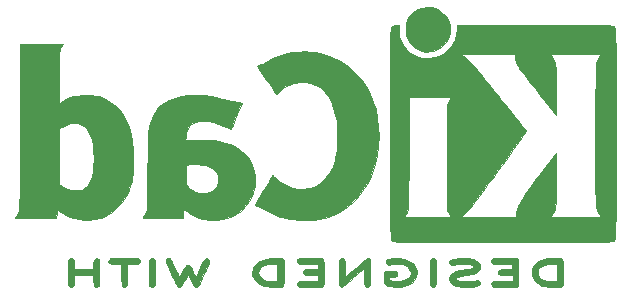
<source format=gbr>
G04 #@! TF.GenerationSoftware,KiCad,Pcbnew,(5.1.4)-1*
G04 #@! TF.CreationDate,2021-08-27T17:13:55-03:00*
G04 #@! TF.ProjectId,INYECTORES,494e5945-4354-44f5-9245-532e6b696361,rev?*
G04 #@! TF.SameCoordinates,Original*
G04 #@! TF.FileFunction,Legend,Bot*
G04 #@! TF.FilePolarity,Positive*
%FSLAX46Y46*%
G04 Gerber Fmt 4.6, Leading zero omitted, Abs format (unit mm)*
G04 Created by KiCad (PCBNEW (5.1.4)-1) date 2021-08-27 17:13:55*
%MOMM*%
%LPD*%
G04 APERTURE LIST*
%ADD10C,0.010000*%
G04 APERTURE END LIST*
D10*
G36*
X172404571Y-83373553D02*
G01*
X172272963Y-83374891D01*
X171887333Y-83384195D01*
X171564369Y-83411834D01*
X171293064Y-83460773D01*
X171062410Y-83533975D01*
X170861400Y-83634407D01*
X170679027Y-83765033D01*
X170613888Y-83821775D01*
X170505834Y-83954544D01*
X170408400Y-84134709D01*
X170333304Y-84334412D01*
X170292264Y-84525797D01*
X170288000Y-84596519D01*
X170314722Y-84792565D01*
X170386331Y-85006709D01*
X170489997Y-85209403D01*
X170612887Y-85371099D01*
X170632848Y-85390608D01*
X170801928Y-85527737D01*
X170987083Y-85634782D01*
X171198987Y-85714550D01*
X171448314Y-85769844D01*
X171745740Y-85803469D01*
X172101938Y-85818231D01*
X172265093Y-85819482D01*
X172472539Y-85818483D01*
X172618425Y-85814307D01*
X172716438Y-85805181D01*
X172780264Y-85789337D01*
X172823591Y-85765003D01*
X172846815Y-85744223D01*
X172868751Y-85718979D01*
X172885959Y-85686413D01*
X172899010Y-85637801D01*
X172908477Y-85564420D01*
X172914932Y-85457546D01*
X172918947Y-85308454D01*
X172921093Y-85108421D01*
X172921943Y-84848723D01*
X172922074Y-84596519D01*
X172922903Y-84260138D01*
X172922724Y-83991422D01*
X172919523Y-83862741D01*
X172432889Y-83862741D01*
X172432889Y-85330297D01*
X172122445Y-85330012D01*
X171935643Y-85324655D01*
X171739996Y-85310853D01*
X171576760Y-85291548D01*
X171571794Y-85290752D01*
X171307971Y-85226967D01*
X171103341Y-85127625D01*
X170947684Y-84986260D01*
X170848783Y-84833203D01*
X170787844Y-84663419D01*
X170792569Y-84503999D01*
X170863292Y-84333111D01*
X171001629Y-84156329D01*
X171193327Y-84025332D01*
X171442499Y-83937771D01*
X171609025Y-83906783D01*
X171798054Y-83885022D01*
X171998397Y-83869272D01*
X172168796Y-83862724D01*
X172178889Y-83862693D01*
X172432889Y-83862741D01*
X172919523Y-83862741D01*
X172917534Y-83782838D01*
X172903327Y-83626851D01*
X172876100Y-83515927D01*
X172831852Y-83442532D01*
X172766578Y-83399131D01*
X172676276Y-83378190D01*
X172556941Y-83372176D01*
X172404571Y-83373553D01*
X172404571Y-83373553D01*
G37*
X172404571Y-83373553D02*
X172272963Y-83374891D01*
X171887333Y-83384195D01*
X171564369Y-83411834D01*
X171293064Y-83460773D01*
X171062410Y-83533975D01*
X170861400Y-83634407D01*
X170679027Y-83765033D01*
X170613888Y-83821775D01*
X170505834Y-83954544D01*
X170408400Y-84134709D01*
X170333304Y-84334412D01*
X170292264Y-84525797D01*
X170288000Y-84596519D01*
X170314722Y-84792565D01*
X170386331Y-85006709D01*
X170489997Y-85209403D01*
X170612887Y-85371099D01*
X170632848Y-85390608D01*
X170801928Y-85527737D01*
X170987083Y-85634782D01*
X171198987Y-85714550D01*
X171448314Y-85769844D01*
X171745740Y-85803469D01*
X172101938Y-85818231D01*
X172265093Y-85819482D01*
X172472539Y-85818483D01*
X172618425Y-85814307D01*
X172716438Y-85805181D01*
X172780264Y-85789337D01*
X172823591Y-85765003D01*
X172846815Y-85744223D01*
X172868751Y-85718979D01*
X172885959Y-85686413D01*
X172899010Y-85637801D01*
X172908477Y-85564420D01*
X172914932Y-85457546D01*
X172918947Y-85308454D01*
X172921093Y-85108421D01*
X172921943Y-84848723D01*
X172922074Y-84596519D01*
X172922903Y-84260138D01*
X172922724Y-83991422D01*
X172919523Y-83862741D01*
X172432889Y-83862741D01*
X172432889Y-85330297D01*
X172122445Y-85330012D01*
X171935643Y-85324655D01*
X171739996Y-85310853D01*
X171576760Y-85291548D01*
X171571794Y-85290752D01*
X171307971Y-85226967D01*
X171103341Y-85127625D01*
X170947684Y-84986260D01*
X170848783Y-84833203D01*
X170787844Y-84663419D01*
X170792569Y-84503999D01*
X170863292Y-84333111D01*
X171001629Y-84156329D01*
X171193327Y-84025332D01*
X171442499Y-83937771D01*
X171609025Y-83906783D01*
X171798054Y-83885022D01*
X171998397Y-83869272D01*
X172168796Y-83862724D01*
X172178889Y-83862693D01*
X172432889Y-83862741D01*
X172919523Y-83862741D01*
X172917534Y-83782838D01*
X172903327Y-83626851D01*
X172876100Y-83515927D01*
X172831852Y-83442532D01*
X172766578Y-83399131D01*
X172676276Y-83378190D01*
X172556941Y-83372176D01*
X172404571Y-83373553D01*
G36*
X167709314Y-83373821D02*
G01*
X167477952Y-83375062D01*
X167303321Y-83377949D01*
X167176157Y-83383153D01*
X167087197Y-83391344D01*
X167027176Y-83403191D01*
X166986831Y-83419366D01*
X166956898Y-83440537D01*
X166946059Y-83450281D01*
X166880142Y-83553808D01*
X166868272Y-83672762D01*
X166911635Y-83778367D01*
X166931686Y-83799710D01*
X166964117Y-83820404D01*
X167016335Y-83836368D01*
X167098025Y-83848379D01*
X167218869Y-83857215D01*
X167388551Y-83863651D01*
X167616754Y-83868464D01*
X167825389Y-83871394D01*
X168651112Y-83881556D01*
X168662397Y-84097926D01*
X168673682Y-84314297D01*
X168113192Y-84314297D01*
X167869862Y-84316396D01*
X167691722Y-84325177D01*
X167568758Y-84344364D01*
X167490959Y-84377681D01*
X167448313Y-84428854D01*
X167430807Y-84501605D01*
X167428149Y-84569126D01*
X167436411Y-84651974D01*
X167467590Y-84713021D01*
X167531276Y-84755457D01*
X167637059Y-84782471D01*
X167794529Y-84797255D01*
X168013276Y-84802997D01*
X168132670Y-84803482D01*
X168669926Y-84803482D01*
X168669926Y-85330297D01*
X167842074Y-85330297D01*
X167570710Y-85330675D01*
X167364472Y-85332372D01*
X167213228Y-85336233D01*
X167106846Y-85343101D01*
X167035196Y-85353822D01*
X166988144Y-85369239D01*
X166955559Y-85390196D01*
X166938963Y-85405556D01*
X166882033Y-85495202D01*
X166863704Y-85574889D01*
X166889876Y-85672225D01*
X166938963Y-85744223D01*
X166965152Y-85766888D01*
X166998959Y-85784488D01*
X167049479Y-85797660D01*
X167125804Y-85807043D01*
X167237029Y-85813274D01*
X167392248Y-85816992D01*
X167600556Y-85818836D01*
X167871045Y-85819442D01*
X168011408Y-85819482D01*
X168311992Y-85819216D01*
X168546412Y-85817993D01*
X168723762Y-85815174D01*
X168853134Y-85810122D01*
X168943624Y-85802198D01*
X169004325Y-85790764D01*
X169044332Y-85775182D01*
X169072738Y-85754813D01*
X169083852Y-85744223D01*
X169105849Y-85718900D01*
X169123090Y-85686232D01*
X169136152Y-85637463D01*
X169145613Y-85563840D01*
X169152050Y-85456607D01*
X169156040Y-85307011D01*
X169158161Y-85106296D01*
X169158990Y-84845710D01*
X169159112Y-84603078D01*
X169158999Y-84292357D01*
X169158218Y-84048103D01*
X169156100Y-83861527D01*
X169151978Y-83723836D01*
X169145186Y-83626240D01*
X169135056Y-83559947D01*
X169120921Y-83516166D01*
X169102115Y-83486107D01*
X169077969Y-83460978D01*
X169072020Y-83455375D01*
X169043151Y-83430572D01*
X169009607Y-83411365D01*
X168962083Y-83397039D01*
X168891276Y-83386879D01*
X168787879Y-83380171D01*
X168642590Y-83376199D01*
X168446103Y-83374251D01*
X168189114Y-83373610D01*
X168006671Y-83373556D01*
X167709314Y-83373821D01*
X167709314Y-83373821D01*
G37*
X167709314Y-83373821D02*
X167477952Y-83375062D01*
X167303321Y-83377949D01*
X167176157Y-83383153D01*
X167087197Y-83391344D01*
X167027176Y-83403191D01*
X166986831Y-83419366D01*
X166956898Y-83440537D01*
X166946059Y-83450281D01*
X166880142Y-83553808D01*
X166868272Y-83672762D01*
X166911635Y-83778367D01*
X166931686Y-83799710D01*
X166964117Y-83820404D01*
X167016335Y-83836368D01*
X167098025Y-83848379D01*
X167218869Y-83857215D01*
X167388551Y-83863651D01*
X167616754Y-83868464D01*
X167825389Y-83871394D01*
X168651112Y-83881556D01*
X168662397Y-84097926D01*
X168673682Y-84314297D01*
X168113192Y-84314297D01*
X167869862Y-84316396D01*
X167691722Y-84325177D01*
X167568758Y-84344364D01*
X167490959Y-84377681D01*
X167448313Y-84428854D01*
X167430807Y-84501605D01*
X167428149Y-84569126D01*
X167436411Y-84651974D01*
X167467590Y-84713021D01*
X167531276Y-84755457D01*
X167637059Y-84782471D01*
X167794529Y-84797255D01*
X168013276Y-84802997D01*
X168132670Y-84803482D01*
X168669926Y-84803482D01*
X168669926Y-85330297D01*
X167842074Y-85330297D01*
X167570710Y-85330675D01*
X167364472Y-85332372D01*
X167213228Y-85336233D01*
X167106846Y-85343101D01*
X167035196Y-85353822D01*
X166988144Y-85369239D01*
X166955559Y-85390196D01*
X166938963Y-85405556D01*
X166882033Y-85495202D01*
X166863704Y-85574889D01*
X166889876Y-85672225D01*
X166938963Y-85744223D01*
X166965152Y-85766888D01*
X166998959Y-85784488D01*
X167049479Y-85797660D01*
X167125804Y-85807043D01*
X167237029Y-85813274D01*
X167392248Y-85816992D01*
X167600556Y-85818836D01*
X167871045Y-85819442D01*
X168011408Y-85819482D01*
X168311992Y-85819216D01*
X168546412Y-85817993D01*
X168723762Y-85815174D01*
X168853134Y-85810122D01*
X168943624Y-85802198D01*
X169004325Y-85790764D01*
X169044332Y-85775182D01*
X169072738Y-85754813D01*
X169083852Y-85744223D01*
X169105849Y-85718900D01*
X169123090Y-85686232D01*
X169136152Y-85637463D01*
X169145613Y-85563840D01*
X169152050Y-85456607D01*
X169156040Y-85307011D01*
X169158161Y-85106296D01*
X169158990Y-84845710D01*
X169159112Y-84603078D01*
X169158999Y-84292357D01*
X169158218Y-84048103D01*
X169156100Y-83861527D01*
X169151978Y-83723836D01*
X169145186Y-83626240D01*
X169135056Y-83559947D01*
X169120921Y-83516166D01*
X169102115Y-83486107D01*
X169077969Y-83460978D01*
X169072020Y-83455375D01*
X169043151Y-83430572D01*
X169009607Y-83411365D01*
X168962083Y-83397039D01*
X168891276Y-83386879D01*
X168787879Y-83380171D01*
X168642590Y-83376199D01*
X168446103Y-83374251D01*
X168189114Y-83373610D01*
X168006671Y-83373556D01*
X167709314Y-83373821D01*
G36*
X164305675Y-83377837D02*
G01*
X164056292Y-83395271D01*
X163824353Y-83422501D01*
X163623339Y-83458500D01*
X163466734Y-83502244D01*
X163368019Y-83552709D01*
X163352867Y-83567563D01*
X163300178Y-83682834D01*
X163316155Y-83801172D01*
X163397879Y-83902418D01*
X163401778Y-83905319D01*
X163449847Y-83936515D01*
X163500026Y-83952919D01*
X163570017Y-83954911D01*
X163677523Y-83942872D01*
X163840244Y-83917182D01*
X163853334Y-83915018D01*
X164095796Y-83885231D01*
X164357390Y-83870538D01*
X164619756Y-83870395D01*
X164864536Y-83884263D01*
X165073370Y-83911598D01*
X165227900Y-83951858D01*
X165238054Y-83955904D01*
X165350160Y-84018716D01*
X165389547Y-84082282D01*
X165358713Y-84144798D01*
X165260155Y-84204458D01*
X165096370Y-84259456D01*
X164869855Y-84307986D01*
X164718815Y-84331352D01*
X164404852Y-84376296D01*
X164155145Y-84417381D01*
X163959056Y-84458165D01*
X163805948Y-84502204D01*
X163685184Y-84553058D01*
X163586127Y-84614282D01*
X163498140Y-84689435D01*
X163427434Y-84763236D01*
X163343550Y-84866064D01*
X163302268Y-84954483D01*
X163289358Y-85063422D01*
X163288889Y-85103318D01*
X163298586Y-85235706D01*
X163337339Y-85334198D01*
X163404410Y-85421619D01*
X163540720Y-85555252D01*
X163692722Y-85657164D01*
X163871708Y-85730677D01*
X164088974Y-85779116D01*
X164355814Y-85805803D01*
X164683522Y-85814062D01*
X164737630Y-85813922D01*
X164956162Y-85809392D01*
X165172885Y-85799099D01*
X165364174Y-85784521D01*
X165506405Y-85767133D01*
X165517908Y-85765136D01*
X165659320Y-85731638D01*
X165779265Y-85689321D01*
X165847167Y-85650635D01*
X165910357Y-85548572D01*
X165914756Y-85429726D01*
X165860283Y-85323813D01*
X165848095Y-85311836D01*
X165797718Y-85276253D01*
X165734715Y-85260921D01*
X165637207Y-85263530D01*
X165518836Y-85277091D01*
X165386567Y-85289206D01*
X165201149Y-85299427D01*
X164984687Y-85306844D01*
X164759283Y-85310547D01*
X164700000Y-85310792D01*
X164473758Y-85309879D01*
X164308181Y-85305487D01*
X164188700Y-85296091D01*
X164100746Y-85280167D01*
X164029751Y-85256191D01*
X163987087Y-85236223D01*
X163893334Y-85180776D01*
X163833560Y-85130560D01*
X163824824Y-85116325D01*
X163843254Y-85057544D01*
X163930867Y-85000640D01*
X164081592Y-84948195D01*
X164289358Y-84902793D01*
X164350571Y-84892679D01*
X164670300Y-84842461D01*
X164925471Y-84800486D01*
X165125932Y-84763705D01*
X165281533Y-84729066D01*
X165402122Y-84693520D01*
X165497548Y-84654016D01*
X165577661Y-84607505D01*
X165652308Y-84550937D01*
X165731339Y-84481260D01*
X165757933Y-84456831D01*
X165851175Y-84365663D01*
X165900532Y-84293430D01*
X165919841Y-84210773D01*
X165922963Y-84106610D01*
X165888584Y-83902350D01*
X165785839Y-83728801D01*
X165615317Y-83586526D01*
X165377609Y-83476084D01*
X165208000Y-83426547D01*
X165023665Y-83394553D01*
X164802844Y-83376453D01*
X164559020Y-83371223D01*
X164305675Y-83377837D01*
X164305675Y-83377837D01*
G37*
X164305675Y-83377837D02*
X164056292Y-83395271D01*
X163824353Y-83422501D01*
X163623339Y-83458500D01*
X163466734Y-83502244D01*
X163368019Y-83552709D01*
X163352867Y-83567563D01*
X163300178Y-83682834D01*
X163316155Y-83801172D01*
X163397879Y-83902418D01*
X163401778Y-83905319D01*
X163449847Y-83936515D01*
X163500026Y-83952919D01*
X163570017Y-83954911D01*
X163677523Y-83942872D01*
X163840244Y-83917182D01*
X163853334Y-83915018D01*
X164095796Y-83885231D01*
X164357390Y-83870538D01*
X164619756Y-83870395D01*
X164864536Y-83884263D01*
X165073370Y-83911598D01*
X165227900Y-83951858D01*
X165238054Y-83955904D01*
X165350160Y-84018716D01*
X165389547Y-84082282D01*
X165358713Y-84144798D01*
X165260155Y-84204458D01*
X165096370Y-84259456D01*
X164869855Y-84307986D01*
X164718815Y-84331352D01*
X164404852Y-84376296D01*
X164155145Y-84417381D01*
X163959056Y-84458165D01*
X163805948Y-84502204D01*
X163685184Y-84553058D01*
X163586127Y-84614282D01*
X163498140Y-84689435D01*
X163427434Y-84763236D01*
X163343550Y-84866064D01*
X163302268Y-84954483D01*
X163289358Y-85063422D01*
X163288889Y-85103318D01*
X163298586Y-85235706D01*
X163337339Y-85334198D01*
X163404410Y-85421619D01*
X163540720Y-85555252D01*
X163692722Y-85657164D01*
X163871708Y-85730677D01*
X164088974Y-85779116D01*
X164355814Y-85805803D01*
X164683522Y-85814062D01*
X164737630Y-85813922D01*
X164956162Y-85809392D01*
X165172885Y-85799099D01*
X165364174Y-85784521D01*
X165506405Y-85767133D01*
X165517908Y-85765136D01*
X165659320Y-85731638D01*
X165779265Y-85689321D01*
X165847167Y-85650635D01*
X165910357Y-85548572D01*
X165914756Y-85429726D01*
X165860283Y-85323813D01*
X165848095Y-85311836D01*
X165797718Y-85276253D01*
X165734715Y-85260921D01*
X165637207Y-85263530D01*
X165518836Y-85277091D01*
X165386567Y-85289206D01*
X165201149Y-85299427D01*
X164984687Y-85306844D01*
X164759283Y-85310547D01*
X164700000Y-85310792D01*
X164473758Y-85309879D01*
X164308181Y-85305487D01*
X164188700Y-85296091D01*
X164100746Y-85280167D01*
X164029751Y-85256191D01*
X163987087Y-85236223D01*
X163893334Y-85180776D01*
X163833560Y-85130560D01*
X163824824Y-85116325D01*
X163843254Y-85057544D01*
X163930867Y-85000640D01*
X164081592Y-84948195D01*
X164289358Y-84902793D01*
X164350571Y-84892679D01*
X164670300Y-84842461D01*
X164925471Y-84800486D01*
X165125932Y-84763705D01*
X165281533Y-84729066D01*
X165402122Y-84693520D01*
X165497548Y-84654016D01*
X165577661Y-84607505D01*
X165652308Y-84550937D01*
X165731339Y-84481260D01*
X165757933Y-84456831D01*
X165851175Y-84365663D01*
X165900532Y-84293430D01*
X165919841Y-84210773D01*
X165922963Y-84106610D01*
X165888584Y-83902350D01*
X165785839Y-83728801D01*
X165615317Y-83586526D01*
X165377609Y-83476084D01*
X165208000Y-83426547D01*
X165023665Y-83394553D01*
X164802844Y-83376453D01*
X164559020Y-83371223D01*
X164305675Y-83377837D01*
G36*
X161746074Y-83448815D02*
G01*
X161724138Y-83474059D01*
X161706931Y-83506625D01*
X161693879Y-83555237D01*
X161684412Y-83628618D01*
X161677958Y-83735492D01*
X161673943Y-83884584D01*
X161671797Y-84084617D01*
X161670947Y-84344315D01*
X161670815Y-84596519D01*
X161671047Y-84909342D01*
X161672125Y-85155630D01*
X161674621Y-85344106D01*
X161679106Y-85483496D01*
X161686153Y-85582523D01*
X161696334Y-85649910D01*
X161710220Y-85694381D01*
X161728385Y-85724661D01*
X161746074Y-85744223D01*
X161856086Y-85809824D01*
X161973304Y-85803937D01*
X162078182Y-85732390D01*
X162102279Y-85704456D01*
X162121112Y-85672047D01*
X162135328Y-85626203D01*
X162145577Y-85557965D01*
X162152507Y-85458374D01*
X162156766Y-85318471D01*
X162159002Y-85129296D01*
X162159864Y-84881891D01*
X162160000Y-84601791D01*
X162160000Y-83558283D01*
X162067637Y-83465920D01*
X161953788Y-83388211D01*
X161843353Y-83385411D01*
X161746074Y-83448815D01*
X161746074Y-83448815D01*
G37*
X161746074Y-83448815D02*
X161724138Y-83474059D01*
X161706931Y-83506625D01*
X161693879Y-83555237D01*
X161684412Y-83628618D01*
X161677958Y-83735492D01*
X161673943Y-83884584D01*
X161671797Y-84084617D01*
X161670947Y-84344315D01*
X161670815Y-84596519D01*
X161671047Y-84909342D01*
X161672125Y-85155630D01*
X161674621Y-85344106D01*
X161679106Y-85483496D01*
X161686153Y-85582523D01*
X161696334Y-85649910D01*
X161710220Y-85694381D01*
X161728385Y-85724661D01*
X161746074Y-85744223D01*
X161856086Y-85809824D01*
X161973304Y-85803937D01*
X162078182Y-85732390D01*
X162102279Y-85704456D01*
X162121112Y-85672047D01*
X162135328Y-85626203D01*
X162145577Y-85557965D01*
X162152507Y-85458374D01*
X162156766Y-85318471D01*
X162159002Y-85129296D01*
X162159864Y-84881891D01*
X162160000Y-84601791D01*
X162160000Y-83558283D01*
X162067637Y-83465920D01*
X161953788Y-83388211D01*
X161843353Y-83385411D01*
X161746074Y-83448815D01*
G36*
X158500271Y-83391996D02*
G01*
X158271882Y-83430318D01*
X158096475Y-83489890D01*
X157982360Y-83568329D01*
X157951264Y-83613079D01*
X157919642Y-83717160D01*
X157940922Y-83811317D01*
X158008101Y-83900607D01*
X158112484Y-83942378D01*
X158263942Y-83938986D01*
X158381087Y-83916354D01*
X158641396Y-83873237D01*
X158907420Y-83869139D01*
X159205182Y-83904137D01*
X159287431Y-83918966D01*
X159564304Y-83997028D01*
X159780908Y-84113149D01*
X159934871Y-84265347D01*
X160023815Y-84451646D01*
X160042211Y-84547962D01*
X160030169Y-84743375D01*
X159952431Y-84916264D01*
X159816078Y-85063261D01*
X159628195Y-85180995D01*
X159395865Y-85266097D01*
X159126173Y-85315198D01*
X158826201Y-85324928D01*
X158503033Y-85291916D01*
X158484786Y-85288804D01*
X158356248Y-85264863D01*
X158284979Y-85241738D01*
X158254088Y-85207425D01*
X158246686Y-85149922D01*
X158246519Y-85119471D01*
X158246519Y-84991630D01*
X158474771Y-84991630D01*
X158676332Y-84977822D01*
X158813883Y-84933822D01*
X158893915Y-84855765D01*
X158922922Y-84739786D01*
X158923276Y-84724647D01*
X158906305Y-84625515D01*
X158848108Y-84554729D01*
X158739796Y-84507885D01*
X158572476Y-84480577D01*
X158410408Y-84470537D01*
X158174853Y-84464777D01*
X158003993Y-84473566D01*
X157887463Y-84506001D01*
X157814898Y-84571177D01*
X157775933Y-84678187D01*
X157760200Y-84836128D01*
X157757334Y-85043570D01*
X157762030Y-85275118D01*
X157776160Y-85432620D01*
X157799785Y-85516706D01*
X157804371Y-85523293D01*
X157934092Y-85628361D01*
X158124286Y-85711568D01*
X158362895Y-85771135D01*
X158637861Y-85805285D01*
X158937128Y-85812242D01*
X159248638Y-85790228D01*
X159431852Y-85763186D01*
X159719220Y-85681848D01*
X159986305Y-85548873D01*
X160209923Y-85376291D01*
X160243911Y-85341797D01*
X160354339Y-85196783D01*
X160453979Y-85017060D01*
X160531188Y-84828639D01*
X160574328Y-84657531D01*
X160579526Y-84591813D01*
X160557392Y-84454731D01*
X160498561Y-84284174D01*
X160414321Y-84104647D01*
X160315962Y-83940651D01*
X160229062Y-83831112D01*
X160025881Y-83668173D01*
X159763230Y-83538485D01*
X159450522Y-83444981D01*
X159097168Y-83390596D01*
X158773334Y-83377307D01*
X158500271Y-83391996D01*
X158500271Y-83391996D01*
G37*
X158500271Y-83391996D02*
X158271882Y-83430318D01*
X158096475Y-83489890D01*
X157982360Y-83568329D01*
X157951264Y-83613079D01*
X157919642Y-83717160D01*
X157940922Y-83811317D01*
X158008101Y-83900607D01*
X158112484Y-83942378D01*
X158263942Y-83938986D01*
X158381087Y-83916354D01*
X158641396Y-83873237D01*
X158907420Y-83869139D01*
X159205182Y-83904137D01*
X159287431Y-83918966D01*
X159564304Y-83997028D01*
X159780908Y-84113149D01*
X159934871Y-84265347D01*
X160023815Y-84451646D01*
X160042211Y-84547962D01*
X160030169Y-84743375D01*
X159952431Y-84916264D01*
X159816078Y-85063261D01*
X159628195Y-85180995D01*
X159395865Y-85266097D01*
X159126173Y-85315198D01*
X158826201Y-85324928D01*
X158503033Y-85291916D01*
X158484786Y-85288804D01*
X158356248Y-85264863D01*
X158284979Y-85241738D01*
X158254088Y-85207425D01*
X158246686Y-85149922D01*
X158246519Y-85119471D01*
X158246519Y-84991630D01*
X158474771Y-84991630D01*
X158676332Y-84977822D01*
X158813883Y-84933822D01*
X158893915Y-84855765D01*
X158922922Y-84739786D01*
X158923276Y-84724647D01*
X158906305Y-84625515D01*
X158848108Y-84554729D01*
X158739796Y-84507885D01*
X158572476Y-84480577D01*
X158410408Y-84470537D01*
X158174853Y-84464777D01*
X158003993Y-84473566D01*
X157887463Y-84506001D01*
X157814898Y-84571177D01*
X157775933Y-84678187D01*
X157760200Y-84836128D01*
X157757334Y-85043570D01*
X157762030Y-85275118D01*
X157776160Y-85432620D01*
X157799785Y-85516706D01*
X157804371Y-85523293D01*
X157934092Y-85628361D01*
X158124286Y-85711568D01*
X158362895Y-85771135D01*
X158637861Y-85805285D01*
X158937128Y-85812242D01*
X159248638Y-85790228D01*
X159431852Y-85763186D01*
X159719220Y-85681848D01*
X159986305Y-85548873D01*
X160209923Y-85376291D01*
X160243911Y-85341797D01*
X160354339Y-85196783D01*
X160453979Y-85017060D01*
X160531188Y-84828639D01*
X160574328Y-84657531D01*
X160579526Y-84591813D01*
X160557392Y-84454731D01*
X160498561Y-84284174D01*
X160414321Y-84104647D01*
X160315962Y-83940651D01*
X160229062Y-83831112D01*
X160025881Y-83668173D01*
X159763230Y-83538485D01*
X159450522Y-83444981D01*
X159097168Y-83390596D01*
X158773334Y-83377307D01*
X158500271Y-83391996D01*
G36*
X156333713Y-83388161D02*
G01*
X156255159Y-83434242D01*
X156152449Y-83509602D01*
X156020259Y-83617792D01*
X155853265Y-83762361D01*
X155646143Y-83946859D01*
X155393571Y-84174836D01*
X155104445Y-84436947D01*
X154502371Y-84982928D01*
X154483556Y-84250096D01*
X154476763Y-83997838D01*
X154470209Y-83809981D01*
X154462445Y-83675687D01*
X154452019Y-83584116D01*
X154437483Y-83524431D01*
X154417386Y-83485791D01*
X154390278Y-83457359D01*
X154375906Y-83445410D01*
X154260804Y-83382235D01*
X154151275Y-83391471D01*
X154064391Y-83445443D01*
X153975556Y-83517329D01*
X153964507Y-84567170D01*
X153961449Y-84875929D01*
X153959893Y-85118480D01*
X153960377Y-85303869D01*
X153963441Y-85441141D01*
X153969624Y-85539342D01*
X153979464Y-85607517D01*
X153993501Y-85654710D01*
X154012273Y-85689969D01*
X154033090Y-85718247D01*
X154078131Y-85770691D01*
X154122944Y-85805454D01*
X154173747Y-85818798D01*
X154236754Y-85806980D01*
X154318181Y-85766262D01*
X154424244Y-85692903D01*
X154561159Y-85583164D01*
X154735141Y-85433304D01*
X154952405Y-85239584D01*
X155198519Y-85016996D01*
X156082815Y-84214861D01*
X156101630Y-84945297D01*
X156108435Y-85197095D01*
X156115005Y-85384514D01*
X156122798Y-85518413D01*
X156133270Y-85609653D01*
X156147878Y-85669095D01*
X156168081Y-85707598D01*
X156195334Y-85736023D01*
X156209280Y-85747607D01*
X156332550Y-85811242D01*
X156449025Y-85801643D01*
X156550454Y-85720333D01*
X156573657Y-85687621D01*
X156591742Y-85649419D01*
X156605343Y-85596559D01*
X156615097Y-85519878D01*
X156621641Y-85410208D01*
X156625610Y-85258386D01*
X156627641Y-85055245D01*
X156628369Y-84791620D01*
X156628445Y-84596519D01*
X156628200Y-84291358D01*
X156627042Y-84052291D01*
X156624335Y-83870151D01*
X156619443Y-83735773D01*
X156611728Y-83639992D01*
X156600557Y-83573643D01*
X156585292Y-83527559D01*
X156565297Y-83492575D01*
X156550454Y-83472705D01*
X156512831Y-83425636D01*
X156477669Y-83390097D01*
X156439644Y-83369639D01*
X156393433Y-83367810D01*
X156333713Y-83388161D01*
X156333713Y-83388161D01*
G37*
X156333713Y-83388161D02*
X156255159Y-83434242D01*
X156152449Y-83509602D01*
X156020259Y-83617792D01*
X155853265Y-83762361D01*
X155646143Y-83946859D01*
X155393571Y-84174836D01*
X155104445Y-84436947D01*
X154502371Y-84982928D01*
X154483556Y-84250096D01*
X154476763Y-83997838D01*
X154470209Y-83809981D01*
X154462445Y-83675687D01*
X154452019Y-83584116D01*
X154437483Y-83524431D01*
X154417386Y-83485791D01*
X154390278Y-83457359D01*
X154375906Y-83445410D01*
X154260804Y-83382235D01*
X154151275Y-83391471D01*
X154064391Y-83445443D01*
X153975556Y-83517329D01*
X153964507Y-84567170D01*
X153961449Y-84875929D01*
X153959893Y-85118480D01*
X153960377Y-85303869D01*
X153963441Y-85441141D01*
X153969624Y-85539342D01*
X153979464Y-85607517D01*
X153993501Y-85654710D01*
X154012273Y-85689969D01*
X154033090Y-85718247D01*
X154078131Y-85770691D01*
X154122944Y-85805454D01*
X154173747Y-85818798D01*
X154236754Y-85806980D01*
X154318181Y-85766262D01*
X154424244Y-85692903D01*
X154561159Y-85583164D01*
X154735141Y-85433304D01*
X154952405Y-85239584D01*
X155198519Y-85016996D01*
X156082815Y-84214861D01*
X156101630Y-84945297D01*
X156108435Y-85197095D01*
X156115005Y-85384514D01*
X156122798Y-85518413D01*
X156133270Y-85609653D01*
X156147878Y-85669095D01*
X156168081Y-85707598D01*
X156195334Y-85736023D01*
X156209280Y-85747607D01*
X156332550Y-85811242D01*
X156449025Y-85801643D01*
X156550454Y-85720333D01*
X156573657Y-85687621D01*
X156591742Y-85649419D01*
X156605343Y-85596559D01*
X156615097Y-85519878D01*
X156621641Y-85410208D01*
X156625610Y-85258386D01*
X156627641Y-85055245D01*
X156628369Y-84791620D01*
X156628445Y-84596519D01*
X156628200Y-84291358D01*
X156627042Y-84052291D01*
X156624335Y-83870151D01*
X156619443Y-83735773D01*
X156611728Y-83639992D01*
X156600557Y-83573643D01*
X156585292Y-83527559D01*
X156565297Y-83492575D01*
X156550454Y-83472705D01*
X156512831Y-83425636D01*
X156477669Y-83390097D01*
X156439644Y-83369639D01*
X156393433Y-83367810D01*
X156333713Y-83388161D01*
G36*
X151232191Y-83374199D02*
G01*
X150977662Y-83377246D01*
X150782611Y-83384371D01*
X150639149Y-83397249D01*
X150539389Y-83417555D01*
X150475440Y-83446965D01*
X150439414Y-83487154D01*
X150423422Y-83539795D01*
X150419576Y-83606565D01*
X150419556Y-83614450D01*
X150422895Y-83689974D01*
X150438679Y-83748342D01*
X150475555Y-83791914D01*
X150542173Y-83823043D01*
X150647180Y-83844089D01*
X150799225Y-83857407D01*
X151006956Y-83865354D01*
X151279021Y-83870286D01*
X151362409Y-83871379D01*
X152169334Y-83881556D01*
X152180619Y-84097926D01*
X152191904Y-84314297D01*
X151631414Y-84314297D01*
X151412445Y-84315104D01*
X151256093Y-84318521D01*
X151149722Y-84326036D01*
X151080698Y-84339141D01*
X151036385Y-84359326D01*
X151004150Y-84388081D01*
X151003944Y-84388309D01*
X150945480Y-84500373D01*
X150947593Y-84621494D01*
X151008952Y-84724744D01*
X151021095Y-84735356D01*
X151064195Y-84762708D01*
X151123254Y-84781736D01*
X151211433Y-84793874D01*
X151341892Y-84800556D01*
X151527792Y-84803214D01*
X151646688Y-84803482D01*
X152188149Y-84803482D01*
X152188149Y-85330297D01*
X151366129Y-85330297D01*
X151094732Y-85330771D01*
X150888633Y-85332712D01*
X150737877Y-85336893D01*
X150632506Y-85344091D01*
X150562562Y-85355078D01*
X150518090Y-85370631D01*
X150489131Y-85391524D01*
X150481833Y-85399111D01*
X150427951Y-85504266D01*
X150424010Y-85623895D01*
X150468213Y-85727616D01*
X150503188Y-85760904D01*
X150539570Y-85779229D01*
X150595944Y-85793406D01*
X150681224Y-85803933D01*
X150804330Y-85811305D01*
X150974179Y-85816020D01*
X151199686Y-85818573D01*
X151489770Y-85819460D01*
X151555352Y-85819482D01*
X151850297Y-85819289D01*
X152079243Y-85818224D01*
X152251452Y-85815556D01*
X152376184Y-85810557D01*
X152462699Y-85802497D01*
X152520260Y-85790646D01*
X152558126Y-85774274D01*
X152585558Y-85752652D01*
X152600609Y-85737127D01*
X152623262Y-85709629D01*
X152640960Y-85675564D01*
X152654313Y-85626001D01*
X152663929Y-85552006D01*
X152670420Y-85444645D01*
X152674395Y-85294985D01*
X152676464Y-85094093D01*
X152677237Y-84833036D01*
X152677334Y-84613313D01*
X152677097Y-84305428D01*
X152675973Y-84063724D01*
X152673341Y-83879124D01*
X152668581Y-83742551D01*
X152661071Y-83644928D01*
X152650191Y-83577178D01*
X152635321Y-83530222D01*
X152615839Y-83494984D01*
X152599343Y-83472705D01*
X152521353Y-83373556D01*
X151554087Y-83373556D01*
X151232191Y-83374199D01*
X151232191Y-83374199D01*
G37*
X151232191Y-83374199D02*
X150977662Y-83377246D01*
X150782611Y-83384371D01*
X150639149Y-83397249D01*
X150539389Y-83417555D01*
X150475440Y-83446965D01*
X150439414Y-83487154D01*
X150423422Y-83539795D01*
X150419576Y-83606565D01*
X150419556Y-83614450D01*
X150422895Y-83689974D01*
X150438679Y-83748342D01*
X150475555Y-83791914D01*
X150542173Y-83823043D01*
X150647180Y-83844089D01*
X150799225Y-83857407D01*
X151006956Y-83865354D01*
X151279021Y-83870286D01*
X151362409Y-83871379D01*
X152169334Y-83881556D01*
X152180619Y-84097926D01*
X152191904Y-84314297D01*
X151631414Y-84314297D01*
X151412445Y-84315104D01*
X151256093Y-84318521D01*
X151149722Y-84326036D01*
X151080698Y-84339141D01*
X151036385Y-84359326D01*
X151004150Y-84388081D01*
X151003944Y-84388309D01*
X150945480Y-84500373D01*
X150947593Y-84621494D01*
X151008952Y-84724744D01*
X151021095Y-84735356D01*
X151064195Y-84762708D01*
X151123254Y-84781736D01*
X151211433Y-84793874D01*
X151341892Y-84800556D01*
X151527792Y-84803214D01*
X151646688Y-84803482D01*
X152188149Y-84803482D01*
X152188149Y-85330297D01*
X151366129Y-85330297D01*
X151094732Y-85330771D01*
X150888633Y-85332712D01*
X150737877Y-85336893D01*
X150632506Y-85344091D01*
X150562562Y-85355078D01*
X150518090Y-85370631D01*
X150489131Y-85391524D01*
X150481833Y-85399111D01*
X150427951Y-85504266D01*
X150424010Y-85623895D01*
X150468213Y-85727616D01*
X150503188Y-85760904D01*
X150539570Y-85779229D01*
X150595944Y-85793406D01*
X150681224Y-85803933D01*
X150804330Y-85811305D01*
X150974179Y-85816020D01*
X151199686Y-85818573D01*
X151489770Y-85819460D01*
X151555352Y-85819482D01*
X151850297Y-85819289D01*
X152079243Y-85818224D01*
X152251452Y-85815556D01*
X152376184Y-85810557D01*
X152462699Y-85802497D01*
X152520260Y-85790646D01*
X152558126Y-85774274D01*
X152585558Y-85752652D01*
X152600609Y-85737127D01*
X152623262Y-85709629D01*
X152640960Y-85675564D01*
X152654313Y-85626001D01*
X152663929Y-85552006D01*
X152670420Y-85444645D01*
X152674395Y-85294985D01*
X152676464Y-85094093D01*
X152677237Y-84833036D01*
X152677334Y-84613313D01*
X152677097Y-84305428D01*
X152675973Y-84063724D01*
X152673341Y-83879124D01*
X152668581Y-83742551D01*
X152661071Y-83644928D01*
X152650191Y-83577178D01*
X152635321Y-83530222D01*
X152615839Y-83494984D01*
X152599343Y-83472705D01*
X152521353Y-83373556D01*
X151554087Y-83373556D01*
X151232191Y-83374199D01*
G36*
X148605637Y-83374249D02*
G01*
X148175706Y-83388786D01*
X147810030Y-83432869D01*
X147502580Y-83509138D01*
X147247327Y-83620233D01*
X147038242Y-83768792D01*
X146869294Y-83957455D01*
X146734455Y-84188860D01*
X146731803Y-84194503D01*
X146651330Y-84401610D01*
X146622658Y-84585032D01*
X146645895Y-84769625D01*
X146721153Y-84980245D01*
X146735426Y-85012296D01*
X146832759Y-85199886D01*
X146942148Y-85344838D01*
X147083327Y-85468057D01*
X147276033Y-85590451D01*
X147287228Y-85596840D01*
X147454985Y-85677424D01*
X147644596Y-85737607D01*
X147868244Y-85779465D01*
X148138116Y-85805074D01*
X148466394Y-85816509D01*
X148582380Y-85817502D01*
X149134686Y-85819482D01*
X149212677Y-85720333D01*
X149235811Y-85687730D01*
X149253858Y-85649657D01*
X149267448Y-85596984D01*
X149277211Y-85520582D01*
X149283776Y-85411320D01*
X149285917Y-85330297D01*
X148763852Y-85330297D01*
X148450911Y-85330297D01*
X148267787Y-85324942D01*
X148079800Y-85310849D01*
X147925515Y-85290974D01*
X147916202Y-85289301D01*
X147642172Y-85215786D01*
X147429621Y-85105335D01*
X147271825Y-84952824D01*
X147162060Y-84753129D01*
X147142973Y-84700203D01*
X147124264Y-84617775D01*
X147132364Y-84536339D01*
X147171777Y-84428000D01*
X147195534Y-84374779D01*
X147273332Y-84233352D01*
X147367066Y-84134132D01*
X147470198Y-84065038D01*
X147676781Y-83975124D01*
X147941164Y-83909993D01*
X148249158Y-83872488D01*
X148472223Y-83864235D01*
X148763852Y-83862741D01*
X148763852Y-85330297D01*
X149285917Y-85330297D01*
X149287773Y-85260070D01*
X149289832Y-85057702D01*
X149290582Y-84795086D01*
X149290667Y-84589734D01*
X149290667Y-83558283D01*
X149198303Y-83465920D01*
X149157312Y-83428481D01*
X149112988Y-83402842D01*
X149051091Y-83386801D01*
X148957379Y-83378155D01*
X148817610Y-83374700D01*
X148617543Y-83374234D01*
X148605637Y-83374249D01*
X148605637Y-83374249D01*
G37*
X148605637Y-83374249D02*
X148175706Y-83388786D01*
X147810030Y-83432869D01*
X147502580Y-83509138D01*
X147247327Y-83620233D01*
X147038242Y-83768792D01*
X146869294Y-83957455D01*
X146734455Y-84188860D01*
X146731803Y-84194503D01*
X146651330Y-84401610D01*
X146622658Y-84585032D01*
X146645895Y-84769625D01*
X146721153Y-84980245D01*
X146735426Y-85012296D01*
X146832759Y-85199886D01*
X146942148Y-85344838D01*
X147083327Y-85468057D01*
X147276033Y-85590451D01*
X147287228Y-85596840D01*
X147454985Y-85677424D01*
X147644596Y-85737607D01*
X147868244Y-85779465D01*
X148138116Y-85805074D01*
X148466394Y-85816509D01*
X148582380Y-85817502D01*
X149134686Y-85819482D01*
X149212677Y-85720333D01*
X149235811Y-85687730D01*
X149253858Y-85649657D01*
X149267448Y-85596984D01*
X149277211Y-85520582D01*
X149283776Y-85411320D01*
X149285917Y-85330297D01*
X148763852Y-85330297D01*
X148450911Y-85330297D01*
X148267787Y-85324942D01*
X148079800Y-85310849D01*
X147925515Y-85290974D01*
X147916202Y-85289301D01*
X147642172Y-85215786D01*
X147429621Y-85105335D01*
X147271825Y-84952824D01*
X147162060Y-84753129D01*
X147142973Y-84700203D01*
X147124264Y-84617775D01*
X147132364Y-84536339D01*
X147171777Y-84428000D01*
X147195534Y-84374779D01*
X147273332Y-84233352D01*
X147367066Y-84134132D01*
X147470198Y-84065038D01*
X147676781Y-83975124D01*
X147941164Y-83909993D01*
X148249158Y-83872488D01*
X148472223Y-83864235D01*
X148763852Y-83862741D01*
X148763852Y-85330297D01*
X149285917Y-85330297D01*
X149287773Y-85260070D01*
X149289832Y-85057702D01*
X149290582Y-84795086D01*
X149290667Y-84589734D01*
X149290667Y-83558283D01*
X149198303Y-83465920D01*
X149157312Y-83428481D01*
X149112988Y-83402842D01*
X149051091Y-83386801D01*
X148957379Y-83378155D01*
X148817610Y-83374700D01*
X148617543Y-83374234D01*
X148605637Y-83374249D01*
G36*
X139517783Y-83380114D02*
G01*
X139452484Y-83403449D01*
X139449965Y-83404591D01*
X139361290Y-83472262D01*
X139312433Y-83541869D01*
X139302873Y-83574506D01*
X139303345Y-83617871D01*
X139316798Y-83679649D01*
X139346178Y-83767522D01*
X139394435Y-83889175D01*
X139464517Y-84052290D01*
X139559372Y-84264551D01*
X139681948Y-84533642D01*
X139749417Y-84680720D01*
X139871249Y-84943285D01*
X139985618Y-85184743D01*
X140088159Y-85396266D01*
X140174508Y-85569027D01*
X140240298Y-85694197D01*
X140281165Y-85762948D01*
X140289252Y-85772445D01*
X140392722Y-85814341D01*
X140509596Y-85808730D01*
X140603333Y-85757774D01*
X140607151Y-85753630D01*
X140644439Y-85697181D01*
X140706987Y-85587232D01*
X140787081Y-85437934D01*
X140877011Y-85263441D01*
X140909330Y-85199139D01*
X141153286Y-84710500D01*
X141419198Y-85241311D01*
X141514111Y-85424716D01*
X141602168Y-85583774D01*
X141676174Y-85706309D01*
X141728937Y-85780146D01*
X141746818Y-85795802D01*
X141885810Y-85817008D01*
X142000502Y-85772445D01*
X142034239Y-85724820D01*
X142092620Y-85618974D01*
X142170883Y-85465323D01*
X142264265Y-85274282D01*
X142368003Y-85056266D01*
X142477335Y-84821690D01*
X142587498Y-84580969D01*
X142693730Y-84344517D01*
X142791268Y-84122752D01*
X142875350Y-83926086D01*
X142941212Y-83764936D01*
X142984093Y-83649716D01*
X142999229Y-83590842D01*
X142999075Y-83588711D01*
X142962246Y-83514628D01*
X142888633Y-83439176D01*
X142884298Y-83435892D01*
X142793823Y-83384751D01*
X142710138Y-83385246D01*
X142678773Y-83394888D01*
X142640553Y-83415725D01*
X142599966Y-83456715D01*
X142552142Y-83526360D01*
X142492213Y-83633163D01*
X142415310Y-83785628D01*
X142316565Y-83992258D01*
X142227516Y-84182994D01*
X142125065Y-84404088D01*
X142033261Y-84602914D01*
X141956874Y-84769084D01*
X141900671Y-84892213D01*
X141869423Y-84961912D01*
X141864866Y-84972815D01*
X141844368Y-84954991D01*
X141797260Y-84880362D01*
X141729809Y-84759820D01*
X141648283Y-84604258D01*
X141615840Y-84540074D01*
X141505941Y-84323347D01*
X141421188Y-84165513D01*
X141354625Y-84057396D01*
X141299298Y-83989820D01*
X141248252Y-83953608D01*
X141194531Y-83939584D01*
X141159523Y-83938000D01*
X141097768Y-83943472D01*
X141043652Y-83966105D01*
X140989883Y-84015221D01*
X140929164Y-84100146D01*
X140854203Y-84230202D01*
X140757703Y-84414715D01*
X140704461Y-84519676D01*
X140618099Y-84686957D01*
X140542777Y-84825680D01*
X140485139Y-84924140D01*
X140451833Y-84970632D01*
X140447304Y-84972568D01*
X140425795Y-84935978D01*
X140377638Y-84840967D01*
X140307657Y-84697479D01*
X140220675Y-84515459D01*
X140121512Y-84304848D01*
X140072733Y-84200238D01*
X139945834Y-83930262D01*
X139843650Y-83722520D01*
X139760876Y-83570236D01*
X139692208Y-83466631D01*
X139632340Y-83404927D01*
X139575966Y-83378348D01*
X139517783Y-83380114D01*
X139517783Y-83380114D01*
G37*
X139517783Y-83380114D02*
X139452484Y-83403449D01*
X139449965Y-83404591D01*
X139361290Y-83472262D01*
X139312433Y-83541869D01*
X139302873Y-83574506D01*
X139303345Y-83617871D01*
X139316798Y-83679649D01*
X139346178Y-83767522D01*
X139394435Y-83889175D01*
X139464517Y-84052290D01*
X139559372Y-84264551D01*
X139681948Y-84533642D01*
X139749417Y-84680720D01*
X139871249Y-84943285D01*
X139985618Y-85184743D01*
X140088159Y-85396266D01*
X140174508Y-85569027D01*
X140240298Y-85694197D01*
X140281165Y-85762948D01*
X140289252Y-85772445D01*
X140392722Y-85814341D01*
X140509596Y-85808730D01*
X140603333Y-85757774D01*
X140607151Y-85753630D01*
X140644439Y-85697181D01*
X140706987Y-85587232D01*
X140787081Y-85437934D01*
X140877011Y-85263441D01*
X140909330Y-85199139D01*
X141153286Y-84710500D01*
X141419198Y-85241311D01*
X141514111Y-85424716D01*
X141602168Y-85583774D01*
X141676174Y-85706309D01*
X141728937Y-85780146D01*
X141746818Y-85795802D01*
X141885810Y-85817008D01*
X142000502Y-85772445D01*
X142034239Y-85724820D01*
X142092620Y-85618974D01*
X142170883Y-85465323D01*
X142264265Y-85274282D01*
X142368003Y-85056266D01*
X142477335Y-84821690D01*
X142587498Y-84580969D01*
X142693730Y-84344517D01*
X142791268Y-84122752D01*
X142875350Y-83926086D01*
X142941212Y-83764936D01*
X142984093Y-83649716D01*
X142999229Y-83590842D01*
X142999075Y-83588711D01*
X142962246Y-83514628D01*
X142888633Y-83439176D01*
X142884298Y-83435892D01*
X142793823Y-83384751D01*
X142710138Y-83385246D01*
X142678773Y-83394888D01*
X142640553Y-83415725D01*
X142599966Y-83456715D01*
X142552142Y-83526360D01*
X142492213Y-83633163D01*
X142415310Y-83785628D01*
X142316565Y-83992258D01*
X142227516Y-84182994D01*
X142125065Y-84404088D01*
X142033261Y-84602914D01*
X141956874Y-84769084D01*
X141900671Y-84892213D01*
X141869423Y-84961912D01*
X141864866Y-84972815D01*
X141844368Y-84954991D01*
X141797260Y-84880362D01*
X141729809Y-84759820D01*
X141648283Y-84604258D01*
X141615840Y-84540074D01*
X141505941Y-84323347D01*
X141421188Y-84165513D01*
X141354625Y-84057396D01*
X141299298Y-83989820D01*
X141248252Y-83953608D01*
X141194531Y-83939584D01*
X141159523Y-83938000D01*
X141097768Y-83943472D01*
X141043652Y-83966105D01*
X140989883Y-84015221D01*
X140929164Y-84100146D01*
X140854203Y-84230202D01*
X140757703Y-84414715D01*
X140704461Y-84519676D01*
X140618099Y-84686957D01*
X140542777Y-84825680D01*
X140485139Y-84924140D01*
X140451833Y-84970632D01*
X140447304Y-84972568D01*
X140425795Y-84935978D01*
X140377638Y-84840967D01*
X140307657Y-84697479D01*
X140220675Y-84515459D01*
X140121512Y-84304848D01*
X140072733Y-84200238D01*
X139945834Y-83930262D01*
X139843650Y-83722520D01*
X139760876Y-83570236D01*
X139692208Y-83466631D01*
X139632340Y-83404927D01*
X139575966Y-83378348D01*
X139517783Y-83380114D01*
G36*
X138037953Y-83396256D02*
G01*
X137958910Y-83445490D01*
X137870074Y-83517425D01*
X137870074Y-84589244D01*
X137870357Y-84902766D01*
X137871569Y-85149774D01*
X137874254Y-85339013D01*
X137878957Y-85479227D01*
X137886222Y-85579160D01*
X137896595Y-85647558D01*
X137910619Y-85693163D01*
X137928839Y-85724722D01*
X137941758Y-85740272D01*
X138046554Y-85808582D01*
X138165889Y-85805796D01*
X138270424Y-85747547D01*
X138359260Y-85675613D01*
X138359260Y-83517425D01*
X138270424Y-83445490D01*
X138184685Y-83393164D01*
X138114667Y-83373556D01*
X138037953Y-83396256D01*
X138037953Y-83396256D01*
G37*
X138037953Y-83396256D02*
X137958910Y-83445490D01*
X137870074Y-83517425D01*
X137870074Y-84589244D01*
X137870357Y-84902766D01*
X137871569Y-85149774D01*
X137874254Y-85339013D01*
X137878957Y-85479227D01*
X137886222Y-85579160D01*
X137896595Y-85647558D01*
X137910619Y-85693163D01*
X137928839Y-85724722D01*
X137941758Y-85740272D01*
X138046554Y-85808582D01*
X138165889Y-85805796D01*
X138270424Y-85747547D01*
X138359260Y-85675613D01*
X138359260Y-83517425D01*
X138270424Y-83445490D01*
X138184685Y-83393164D01*
X138114667Y-83373556D01*
X138037953Y-83396256D01*
G36*
X135456450Y-83373878D02*
G01*
X135194092Y-83375139D01*
X134990457Y-83377777D01*
X134837277Y-83382232D01*
X134726285Y-83388944D01*
X134649213Y-83398352D01*
X134597794Y-83410896D01*
X134563761Y-83427016D01*
X134547291Y-83439408D01*
X134461811Y-83547860D01*
X134451470Y-83660462D01*
X134504295Y-83762754D01*
X134538839Y-83803630D01*
X134576012Y-83831501D01*
X134629884Y-83848858D01*
X134714525Y-83858190D01*
X134844007Y-83861987D01*
X135032399Y-83862737D01*
X135069398Y-83862741D01*
X135555852Y-83862741D01*
X135555852Y-84765852D01*
X135556173Y-85050514D01*
X135557628Y-85269547D01*
X135560959Y-85432580D01*
X135566905Y-85549243D01*
X135576209Y-85629165D01*
X135589611Y-85681975D01*
X135607850Y-85717304D01*
X135631112Y-85744223D01*
X135740887Y-85810374D01*
X135855485Y-85805162D01*
X135959411Y-85729687D01*
X135967047Y-85720333D01*
X135991904Y-85684974D01*
X136010842Y-85643603D01*
X136024662Y-85586167D01*
X136034165Y-85502613D01*
X136040152Y-85382889D01*
X136043426Y-85216943D01*
X136044786Y-84994722D01*
X136045037Y-84741963D01*
X136045037Y-83862741D01*
X136509576Y-83862741D01*
X136708927Y-83861392D01*
X136846940Y-83856135D01*
X136937505Y-83845155D01*
X136994513Y-83826639D01*
X137031856Y-83798771D01*
X137036391Y-83793926D01*
X137090916Y-83683131D01*
X137086094Y-83557874D01*
X137023408Y-83448815D01*
X136999165Y-83427661D01*
X136967909Y-83410887D01*
X136921304Y-83397988D01*
X136851013Y-83388455D01*
X136748703Y-83381783D01*
X136606038Y-83377465D01*
X136414682Y-83374993D01*
X136166300Y-83373860D01*
X135852557Y-83373561D01*
X135785799Y-83373556D01*
X135456450Y-83373878D01*
X135456450Y-83373878D01*
G37*
X135456450Y-83373878D02*
X135194092Y-83375139D01*
X134990457Y-83377777D01*
X134837277Y-83382232D01*
X134726285Y-83388944D01*
X134649213Y-83398352D01*
X134597794Y-83410896D01*
X134563761Y-83427016D01*
X134547291Y-83439408D01*
X134461811Y-83547860D01*
X134451470Y-83660462D01*
X134504295Y-83762754D01*
X134538839Y-83803630D01*
X134576012Y-83831501D01*
X134629884Y-83848858D01*
X134714525Y-83858190D01*
X134844007Y-83861987D01*
X135032399Y-83862737D01*
X135069398Y-83862741D01*
X135555852Y-83862741D01*
X135555852Y-84765852D01*
X135556173Y-85050514D01*
X135557628Y-85269547D01*
X135560959Y-85432580D01*
X135566905Y-85549243D01*
X135576209Y-85629165D01*
X135589611Y-85681975D01*
X135607850Y-85717304D01*
X135631112Y-85744223D01*
X135740887Y-85810374D01*
X135855485Y-85805162D01*
X135959411Y-85729687D01*
X135967047Y-85720333D01*
X135991904Y-85684974D01*
X136010842Y-85643603D01*
X136024662Y-85586167D01*
X136034165Y-85502613D01*
X136040152Y-85382889D01*
X136043426Y-85216943D01*
X136044786Y-84994722D01*
X136045037Y-84741963D01*
X136045037Y-83862741D01*
X136509576Y-83862741D01*
X136708927Y-83861392D01*
X136846940Y-83856135D01*
X136937505Y-83845155D01*
X136994513Y-83826639D01*
X137031856Y-83798771D01*
X137036391Y-83793926D01*
X137090916Y-83683131D01*
X137086094Y-83557874D01*
X137023408Y-83448815D01*
X136999165Y-83427661D01*
X136967909Y-83410887D01*
X136921304Y-83397988D01*
X136851013Y-83388455D01*
X136748703Y-83381783D01*
X136606038Y-83377465D01*
X136414682Y-83374993D01*
X136166300Y-83373860D01*
X135852557Y-83373561D01*
X135785799Y-83373556D01*
X135456450Y-83373878D01*
G36*
X131237255Y-83391777D02*
G01*
X131132660Y-83465920D01*
X131040297Y-83558283D01*
X131040297Y-84589734D01*
X131040538Y-84895998D01*
X131041682Y-85136133D01*
X131044358Y-85319268D01*
X131049197Y-85454533D01*
X131056827Y-85551057D01*
X131067880Y-85617971D01*
X131082983Y-85664403D01*
X131102768Y-85699484D01*
X131118287Y-85720333D01*
X131220724Y-85802245D01*
X131338345Y-85811136D01*
X131445850Y-85760904D01*
X131481373Y-85731248D01*
X131505119Y-85691855D01*
X131519441Y-85628421D01*
X131526696Y-85526640D01*
X131529239Y-85372206D01*
X131529482Y-85252904D01*
X131529482Y-84803482D01*
X133185186Y-84803482D01*
X133185186Y-85212333D01*
X133186898Y-85399289D01*
X133193748Y-85527776D01*
X133208307Y-85614538D01*
X133233146Y-85676323D01*
X133263176Y-85720333D01*
X133366186Y-85802015D01*
X133482680Y-85811687D01*
X133594205Y-85753630D01*
X133624653Y-85723195D01*
X133646158Y-85682849D01*
X133660342Y-85620002D01*
X133668827Y-85522068D01*
X133673236Y-85376457D01*
X133675189Y-85170583D01*
X133675418Y-85123334D01*
X133677030Y-84735436D01*
X133677862Y-84415757D01*
X133677591Y-84157256D01*
X133675897Y-83952895D01*
X133672459Y-83795634D01*
X133666957Y-83678434D01*
X133659069Y-83594255D01*
X133648475Y-83536057D01*
X133634854Y-83496802D01*
X133617886Y-83469449D01*
X133599112Y-83448815D01*
X133492907Y-83382812D01*
X133382144Y-83391777D01*
X133277549Y-83465920D01*
X133235224Y-83513754D01*
X133208245Y-83566592D01*
X133193191Y-83641846D01*
X133186645Y-83756928D01*
X133185187Y-83929252D01*
X133185186Y-83936290D01*
X133185186Y-84314297D01*
X131529482Y-84314297D01*
X131529482Y-83919186D01*
X131527792Y-83737159D01*
X131521007Y-83614249D01*
X131506548Y-83534357D01*
X131481842Y-83481383D01*
X131454223Y-83448815D01*
X131348018Y-83382812D01*
X131237255Y-83391777D01*
X131237255Y-83391777D01*
G37*
X131237255Y-83391777D02*
X131132660Y-83465920D01*
X131040297Y-83558283D01*
X131040297Y-84589734D01*
X131040538Y-84895998D01*
X131041682Y-85136133D01*
X131044358Y-85319268D01*
X131049197Y-85454533D01*
X131056827Y-85551057D01*
X131067880Y-85617971D01*
X131082983Y-85664403D01*
X131102768Y-85699484D01*
X131118287Y-85720333D01*
X131220724Y-85802245D01*
X131338345Y-85811136D01*
X131445850Y-85760904D01*
X131481373Y-85731248D01*
X131505119Y-85691855D01*
X131519441Y-85628421D01*
X131526696Y-85526640D01*
X131529239Y-85372206D01*
X131529482Y-85252904D01*
X131529482Y-84803482D01*
X133185186Y-84803482D01*
X133185186Y-85212333D01*
X133186898Y-85399289D01*
X133193748Y-85527776D01*
X133208307Y-85614538D01*
X133233146Y-85676323D01*
X133263176Y-85720333D01*
X133366186Y-85802015D01*
X133482680Y-85811687D01*
X133594205Y-85753630D01*
X133624653Y-85723195D01*
X133646158Y-85682849D01*
X133660342Y-85620002D01*
X133668827Y-85522068D01*
X133673236Y-85376457D01*
X133675189Y-85170583D01*
X133675418Y-85123334D01*
X133677030Y-84735436D01*
X133677862Y-84415757D01*
X133677591Y-84157256D01*
X133675897Y-83952895D01*
X133672459Y-83795634D01*
X133666957Y-83678434D01*
X133659069Y-83594255D01*
X133648475Y-83536057D01*
X133634854Y-83496802D01*
X133617886Y-83469449D01*
X133599112Y-83448815D01*
X133492907Y-83382812D01*
X133382144Y-83391777D01*
X133277549Y-83465920D01*
X133235224Y-83513754D01*
X133208245Y-83566592D01*
X133193191Y-83641846D01*
X133186645Y-83756928D01*
X133185187Y-83929252D01*
X133185186Y-83936290D01*
X133185186Y-84314297D01*
X131529482Y-84314297D01*
X131529482Y-83919186D01*
X131527792Y-83737159D01*
X131521007Y-83614249D01*
X131506548Y-83534357D01*
X131481842Y-83481383D01*
X131454223Y-83448815D01*
X131348018Y-83382812D01*
X131237255Y-83391777D01*
G36*
X161038074Y-62174740D02*
G01*
X160696237Y-62293262D01*
X160377974Y-62479815D01*
X160093738Y-62734375D01*
X159853979Y-63056918D01*
X159746279Y-63260215D01*
X159653070Y-63544572D01*
X159607892Y-63872851D01*
X159612896Y-64210342D01*
X159668444Y-64516166D01*
X159820269Y-64889873D01*
X160040430Y-65214037D01*
X160317736Y-65482279D01*
X160640996Y-65688222D01*
X160999023Y-65825487D01*
X161380625Y-65887695D01*
X161774612Y-65868470D01*
X161968818Y-65827383D01*
X162347308Y-65680151D01*
X162683469Y-65455483D01*
X162969191Y-65160305D01*
X163196366Y-64801544D01*
X163215586Y-64762365D01*
X163282029Y-64615342D01*
X163323748Y-64491517D01*
X163346398Y-64360892D01*
X163355636Y-64193466D01*
X163357169Y-64011290D01*
X163354634Y-63792414D01*
X163343190Y-63634182D01*
X163317083Y-63506254D01*
X163270554Y-63378289D01*
X163213121Y-63252039D01*
X162998896Y-62893650D01*
X162735086Y-62603466D01*
X162432144Y-62381461D01*
X162100521Y-62227610D01*
X161750667Y-62141890D01*
X161393034Y-62124275D01*
X161038074Y-62174740D01*
X161038074Y-62174740D01*
G37*
X161038074Y-62174740D02*
X160696237Y-62293262D01*
X160377974Y-62479815D01*
X160093738Y-62734375D01*
X159853979Y-63056918D01*
X159746279Y-63260215D01*
X159653070Y-63544572D01*
X159607892Y-63872851D01*
X159612896Y-64210342D01*
X159668444Y-64516166D01*
X159820269Y-64889873D01*
X160040430Y-65214037D01*
X160317736Y-65482279D01*
X160640996Y-65688222D01*
X160999023Y-65825487D01*
X161380625Y-65887695D01*
X161774612Y-65868470D01*
X161968818Y-65827383D01*
X162347308Y-65680151D01*
X162683469Y-65455483D01*
X162969191Y-65160305D01*
X163196366Y-64801544D01*
X163215586Y-64762365D01*
X163282029Y-64615342D01*
X163323748Y-64491517D01*
X163346398Y-64360892D01*
X163355636Y-64193466D01*
X163357169Y-64011290D01*
X163354634Y-63792414D01*
X163343190Y-63634182D01*
X163317083Y-63506254D01*
X163270554Y-63378289D01*
X163213121Y-63252039D01*
X162998896Y-62893650D01*
X162735086Y-62603466D01*
X162432144Y-62381461D01*
X162100521Y-62227610D01*
X161750667Y-62141890D01*
X161393034Y-62124275D01*
X161038074Y-62174740D01*
G36*
X129315055Y-65226030D02*
G01*
X128927910Y-65227618D01*
X128796327Y-65228420D01*
X126986918Y-65240322D01*
X126964158Y-72182079D01*
X126961152Y-73123401D01*
X126958486Y-73978107D01*
X126955990Y-74750619D01*
X126953490Y-75445356D01*
X126950818Y-76066742D01*
X126947800Y-76619198D01*
X126944267Y-77107144D01*
X126940046Y-77535003D01*
X126934967Y-77907196D01*
X126928858Y-78228145D01*
X126921548Y-78502271D01*
X126912866Y-78733996D01*
X126902640Y-78927741D01*
X126890700Y-79087927D01*
X126876874Y-79218977D01*
X126860991Y-79325311D01*
X126842879Y-79411352D01*
X126822368Y-79481520D01*
X126799286Y-79540238D01*
X126773462Y-79591926D01*
X126744725Y-79641007D01*
X126712903Y-79691901D01*
X126677825Y-79749031D01*
X126670635Y-79761199D01*
X126550007Y-79967036D01*
X130036739Y-79943190D01*
X130059499Y-79560237D01*
X130071891Y-79376455D01*
X130084805Y-79270204D01*
X130102328Y-79228044D01*
X130128546Y-79236537D01*
X130150538Y-79260830D01*
X130246339Y-79349319D01*
X130402478Y-79463061D01*
X130596958Y-79588466D01*
X130807781Y-79711944D01*
X131012947Y-79819905D01*
X131170478Y-79890935D01*
X131539543Y-80007658D01*
X131962989Y-80090340D01*
X132409556Y-80135824D01*
X132847982Y-80140948D01*
X133247008Y-80102554D01*
X133253578Y-80101455D01*
X133799578Y-79964449D01*
X134310687Y-79746167D01*
X134781976Y-79451301D01*
X135208513Y-79084543D01*
X135585370Y-78650585D01*
X135907617Y-78154120D01*
X136170324Y-77599839D01*
X136313360Y-77189247D01*
X136407685Y-76845742D01*
X136477636Y-76513112D01*
X136525351Y-76171150D01*
X136552969Y-75799651D01*
X136562629Y-75378408D01*
X136558351Y-75034436D01*
X133199457Y-75034436D01*
X133183563Y-75611220D01*
X133133422Y-76107445D01*
X133047494Y-76527516D01*
X132924236Y-76875836D01*
X132762104Y-77156811D01*
X132559556Y-77374843D01*
X132325757Y-77528975D01*
X132204100Y-77586515D01*
X132098588Y-77621012D01*
X131980954Y-77636794D01*
X131822929Y-77638192D01*
X131652689Y-77632047D01*
X131317898Y-77602517D01*
X131053109Y-77544689D01*
X130969893Y-77515722D01*
X130779875Y-77430170D01*
X130579462Y-77322738D01*
X130491936Y-77268960D01*
X130264337Y-77119675D01*
X130264337Y-72387843D01*
X130514696Y-72237775D01*
X130863847Y-72068204D01*
X131220569Y-71967919D01*
X131571817Y-71936326D01*
X131904545Y-71972836D01*
X132205705Y-72076855D01*
X132462252Y-72247793D01*
X132545031Y-72329843D01*
X132744563Y-72598686D01*
X132906060Y-72924118D01*
X133030871Y-73311718D01*
X133120345Y-73767064D01*
X133175834Y-74295735D01*
X133198685Y-74903307D01*
X133199457Y-75034436D01*
X136558351Y-75034436D01*
X136556569Y-74891260D01*
X136518196Y-74141931D01*
X136441037Y-73466046D01*
X136323059Y-72853761D01*
X136162231Y-72295229D01*
X135956521Y-71780605D01*
X135883114Y-71628036D01*
X135587432Y-71130494D01*
X135230116Y-70688346D01*
X134819568Y-70308729D01*
X134364187Y-69998780D01*
X133872377Y-69765637D01*
X133577568Y-69669464D01*
X133288036Y-69612370D01*
X132939659Y-69578401D01*
X132561643Y-69567542D01*
X132183192Y-69579777D01*
X131833513Y-69615091D01*
X131552747Y-69670492D01*
X131218571Y-69779136D01*
X130894675Y-69918845D01*
X130611292Y-70075466D01*
X130460465Y-70181763D01*
X130356427Y-70260806D01*
X130283578Y-70308935D01*
X130267007Y-70315770D01*
X130261869Y-70271735D01*
X130257078Y-70145565D01*
X130252741Y-69946164D01*
X130248964Y-69682437D01*
X130245853Y-69363289D01*
X130243515Y-68997623D01*
X130242054Y-68594344D01*
X130241578Y-68183578D01*
X130241844Y-67657459D01*
X130243153Y-67213895D01*
X130246269Y-66844401D01*
X130251958Y-66540493D01*
X130260985Y-66293687D01*
X130274114Y-66095498D01*
X130292111Y-65937442D01*
X130315741Y-65811034D01*
X130345768Y-65707790D01*
X130382958Y-65619226D01*
X130428077Y-65536858D01*
X130481888Y-65452201D01*
X130488811Y-65441719D01*
X130558215Y-65332075D01*
X130600117Y-65256679D01*
X130605735Y-65240776D01*
X130561829Y-65235758D01*
X130436552Y-65231676D01*
X130239571Y-65228597D01*
X129980551Y-65226585D01*
X129669157Y-65225707D01*
X129315055Y-65226030D01*
X129315055Y-65226030D01*
G37*
X129315055Y-65226030D02*
X128927910Y-65227618D01*
X128796327Y-65228420D01*
X126986918Y-65240322D01*
X126964158Y-72182079D01*
X126961152Y-73123401D01*
X126958486Y-73978107D01*
X126955990Y-74750619D01*
X126953490Y-75445356D01*
X126950818Y-76066742D01*
X126947800Y-76619198D01*
X126944267Y-77107144D01*
X126940046Y-77535003D01*
X126934967Y-77907196D01*
X126928858Y-78228145D01*
X126921548Y-78502271D01*
X126912866Y-78733996D01*
X126902640Y-78927741D01*
X126890700Y-79087927D01*
X126876874Y-79218977D01*
X126860991Y-79325311D01*
X126842879Y-79411352D01*
X126822368Y-79481520D01*
X126799286Y-79540238D01*
X126773462Y-79591926D01*
X126744725Y-79641007D01*
X126712903Y-79691901D01*
X126677825Y-79749031D01*
X126670635Y-79761199D01*
X126550007Y-79967036D01*
X130036739Y-79943190D01*
X130059499Y-79560237D01*
X130071891Y-79376455D01*
X130084805Y-79270204D01*
X130102328Y-79228044D01*
X130128546Y-79236537D01*
X130150538Y-79260830D01*
X130246339Y-79349319D01*
X130402478Y-79463061D01*
X130596958Y-79588466D01*
X130807781Y-79711944D01*
X131012947Y-79819905D01*
X131170478Y-79890935D01*
X131539543Y-80007658D01*
X131962989Y-80090340D01*
X132409556Y-80135824D01*
X132847982Y-80140948D01*
X133247008Y-80102554D01*
X133253578Y-80101455D01*
X133799578Y-79964449D01*
X134310687Y-79746167D01*
X134781976Y-79451301D01*
X135208513Y-79084543D01*
X135585370Y-78650585D01*
X135907617Y-78154120D01*
X136170324Y-77599839D01*
X136313360Y-77189247D01*
X136407685Y-76845742D01*
X136477636Y-76513112D01*
X136525351Y-76171150D01*
X136552969Y-75799651D01*
X136562629Y-75378408D01*
X136558351Y-75034436D01*
X133199457Y-75034436D01*
X133183563Y-75611220D01*
X133133422Y-76107445D01*
X133047494Y-76527516D01*
X132924236Y-76875836D01*
X132762104Y-77156811D01*
X132559556Y-77374843D01*
X132325757Y-77528975D01*
X132204100Y-77586515D01*
X132098588Y-77621012D01*
X131980954Y-77636794D01*
X131822929Y-77638192D01*
X131652689Y-77632047D01*
X131317898Y-77602517D01*
X131053109Y-77544689D01*
X130969893Y-77515722D01*
X130779875Y-77430170D01*
X130579462Y-77322738D01*
X130491936Y-77268960D01*
X130264337Y-77119675D01*
X130264337Y-72387843D01*
X130514696Y-72237775D01*
X130863847Y-72068204D01*
X131220569Y-71967919D01*
X131571817Y-71936326D01*
X131904545Y-71972836D01*
X132205705Y-72076855D01*
X132462252Y-72247793D01*
X132545031Y-72329843D01*
X132744563Y-72598686D01*
X132906060Y-72924118D01*
X133030871Y-73311718D01*
X133120345Y-73767064D01*
X133175834Y-74295735D01*
X133198685Y-74903307D01*
X133199457Y-75034436D01*
X136558351Y-75034436D01*
X136556569Y-74891260D01*
X136518196Y-74141931D01*
X136441037Y-73466046D01*
X136323059Y-72853761D01*
X136162231Y-72295229D01*
X135956521Y-71780605D01*
X135883114Y-71628036D01*
X135587432Y-71130494D01*
X135230116Y-70688346D01*
X134819568Y-70308729D01*
X134364187Y-69998780D01*
X133872377Y-69765637D01*
X133577568Y-69669464D01*
X133288036Y-69612370D01*
X132939659Y-69578401D01*
X132561643Y-69567542D01*
X132183192Y-69579777D01*
X131833513Y-69615091D01*
X131552747Y-69670492D01*
X131218571Y-69779136D01*
X130894675Y-69918845D01*
X130611292Y-70075466D01*
X130460465Y-70181763D01*
X130356427Y-70260806D01*
X130283578Y-70308935D01*
X130267007Y-70315770D01*
X130261869Y-70271735D01*
X130257078Y-70145565D01*
X130252741Y-69946164D01*
X130248964Y-69682437D01*
X130245853Y-69363289D01*
X130243515Y-68997623D01*
X130242054Y-68594344D01*
X130241578Y-68183578D01*
X130241844Y-67657459D01*
X130243153Y-67213895D01*
X130246269Y-66844401D01*
X130251958Y-66540493D01*
X130260985Y-66293687D01*
X130274114Y-66095498D01*
X130292111Y-65937442D01*
X130315741Y-65811034D01*
X130345768Y-65707790D01*
X130382958Y-65619226D01*
X130428077Y-65536858D01*
X130481888Y-65452201D01*
X130488811Y-65441719D01*
X130558215Y-65332075D01*
X130600117Y-65256679D01*
X130605735Y-65240776D01*
X130561829Y-65235758D01*
X130436552Y-65231676D01*
X130239571Y-65228597D01*
X129980551Y-65226585D01*
X129669157Y-65225707D01*
X129315055Y-65226030D01*
G36*
X141498415Y-69560613D02*
G01*
X141272880Y-69577685D01*
X140627597Y-69663537D01*
X140056131Y-69800471D01*
X139555700Y-69990371D01*
X139123519Y-70235120D01*
X138756806Y-70536603D01*
X138452777Y-70896704D01*
X138208648Y-71317307D01*
X138030381Y-71772401D01*
X137985131Y-71917569D01*
X137945727Y-72053512D01*
X137911705Y-72187548D01*
X137882601Y-72326998D01*
X137857950Y-72479180D01*
X137837287Y-72651412D01*
X137820149Y-72851015D01*
X137806070Y-73085305D01*
X137794586Y-73361603D01*
X137785232Y-73687227D01*
X137777544Y-74069496D01*
X137771057Y-74515729D01*
X137765308Y-75033245D01*
X137759830Y-75629363D01*
X137755914Y-76096774D01*
X137729570Y-79305914D01*
X137558871Y-79614739D01*
X137478041Y-79763518D01*
X137417890Y-79879080D01*
X137389194Y-79940590D01*
X137388173Y-79944757D01*
X137432033Y-79949525D01*
X137556982Y-79953919D01*
X137753065Y-79957814D01*
X138010333Y-79961088D01*
X138318833Y-79963616D01*
X138668612Y-79965275D01*
X139049721Y-79965942D01*
X139095162Y-79965950D01*
X140802151Y-79965950D01*
X140802151Y-79579032D01*
X140805062Y-79404178D01*
X140812829Y-79270451D01*
X140824006Y-79198752D01*
X140828946Y-79192114D01*
X140874128Y-79219917D01*
X140967115Y-79292885D01*
X141087974Y-79395359D01*
X141090684Y-79397730D01*
X141311237Y-79561933D01*
X141589778Y-79726815D01*
X141894833Y-79876177D01*
X142194929Y-79993821D01*
X142327061Y-80034024D01*
X142590015Y-80085086D01*
X142912671Y-80117670D01*
X143265494Y-80131311D01*
X143618947Y-80125545D01*
X143943493Y-80099908D01*
X144170610Y-80063018D01*
X144727576Y-79899460D01*
X145228995Y-79666365D01*
X145671601Y-79366623D01*
X146052132Y-79003127D01*
X146367323Y-78578769D01*
X146613912Y-78096440D01*
X146720292Y-77803763D01*
X146786962Y-77519294D01*
X146831145Y-77177797D01*
X146851588Y-76810773D01*
X146850916Y-76757367D01*
X143772312Y-76757367D01*
X143746783Y-77030088D01*
X143661775Y-77256737D01*
X143504659Y-77467013D01*
X143444315Y-77528672D01*
X143229800Y-77695368D01*
X142981859Y-77802156D01*
X142684811Y-77853849D01*
X142372002Y-77857654D01*
X142075310Y-77832523D01*
X141848146Y-77783368D01*
X141749490Y-77746448D01*
X141571675Y-77645826D01*
X141383271Y-77504315D01*
X141211375Y-77345492D01*
X141083082Y-77192933D01*
X141049015Y-77136969D01*
X141022532Y-77058595D01*
X141003703Y-76933888D01*
X140991652Y-76750933D01*
X140985500Y-76497820D01*
X140984230Y-76256925D01*
X140985090Y-75976073D01*
X140988566Y-75772998D01*
X140995997Y-75634443D01*
X141008724Y-75547154D01*
X141028089Y-75497876D01*
X141055432Y-75473354D01*
X141063889Y-75469449D01*
X141137382Y-75457421D01*
X141282332Y-75447583D01*
X141479166Y-75440822D01*
X141708310Y-75438025D01*
X141758065Y-75438022D01*
X142064357Y-75442910D01*
X142300988Y-75457449D01*
X142489015Y-75483628D01*
X142644329Y-75521863D01*
X143029590Y-75667559D01*
X143331711Y-75846684D01*
X143553309Y-76062103D01*
X143696998Y-76316683D01*
X143765396Y-76613287D01*
X143772312Y-76757367D01*
X146850916Y-76757367D01*
X146847040Y-76449723D01*
X146816246Y-76126148D01*
X146792226Y-75995420D01*
X146638850Y-75510029D01*
X146405627Y-75063423D01*
X146096961Y-74659886D01*
X145717253Y-74303702D01*
X145270905Y-73999153D01*
X144762321Y-73750524D01*
X144329929Y-73599545D01*
X144040943Y-73520226D01*
X143764530Y-73458592D01*
X143482785Y-73412642D01*
X143177804Y-73380374D01*
X142831684Y-73359786D01*
X142426521Y-73348877D01*
X142060213Y-73345805D01*
X140974010Y-73342831D01*
X140994817Y-73016330D01*
X141053905Y-72662071D01*
X141179598Y-72357572D01*
X141366545Y-72110436D01*
X141609394Y-71928266D01*
X141823227Y-71839373D01*
X142129608Y-71783349D01*
X142494343Y-71775304D01*
X142900334Y-71812272D01*
X143330482Y-71891286D01*
X143767691Y-72009382D01*
X144194863Y-72163592D01*
X144505293Y-72304630D01*
X144654648Y-72377052D01*
X144768569Y-72427634D01*
X144826504Y-72447371D01*
X144829649Y-72446738D01*
X144849641Y-72402529D01*
X144899563Y-72285350D01*
X144974717Y-72106425D01*
X145070405Y-71876983D01*
X145181930Y-71608249D01*
X145295293Y-71333992D01*
X145748505Y-70235547D01*
X145426134Y-70182598D01*
X145286409Y-70156031D01*
X145076362Y-70111412D01*
X144813987Y-70052789D01*
X144517278Y-69984214D01*
X144204228Y-69909737D01*
X144079570Y-69879471D01*
X143540270Y-69754385D01*
X143068113Y-69660604D01*
X142645475Y-69596231D01*
X142254730Y-69559371D01*
X141878252Y-69548130D01*
X141498415Y-69560613D01*
X141498415Y-69560613D01*
G37*
X141498415Y-69560613D02*
X141272880Y-69577685D01*
X140627597Y-69663537D01*
X140056131Y-69800471D01*
X139555700Y-69990371D01*
X139123519Y-70235120D01*
X138756806Y-70536603D01*
X138452777Y-70896704D01*
X138208648Y-71317307D01*
X138030381Y-71772401D01*
X137985131Y-71917569D01*
X137945727Y-72053512D01*
X137911705Y-72187548D01*
X137882601Y-72326998D01*
X137857950Y-72479180D01*
X137837287Y-72651412D01*
X137820149Y-72851015D01*
X137806070Y-73085305D01*
X137794586Y-73361603D01*
X137785232Y-73687227D01*
X137777544Y-74069496D01*
X137771057Y-74515729D01*
X137765308Y-75033245D01*
X137759830Y-75629363D01*
X137755914Y-76096774D01*
X137729570Y-79305914D01*
X137558871Y-79614739D01*
X137478041Y-79763518D01*
X137417890Y-79879080D01*
X137389194Y-79940590D01*
X137388173Y-79944757D01*
X137432033Y-79949525D01*
X137556982Y-79953919D01*
X137753065Y-79957814D01*
X138010333Y-79961088D01*
X138318833Y-79963616D01*
X138668612Y-79965275D01*
X139049721Y-79965942D01*
X139095162Y-79965950D01*
X140802151Y-79965950D01*
X140802151Y-79579032D01*
X140805062Y-79404178D01*
X140812829Y-79270451D01*
X140824006Y-79198752D01*
X140828946Y-79192114D01*
X140874128Y-79219917D01*
X140967115Y-79292885D01*
X141087974Y-79395359D01*
X141090684Y-79397730D01*
X141311237Y-79561933D01*
X141589778Y-79726815D01*
X141894833Y-79876177D01*
X142194929Y-79993821D01*
X142327061Y-80034024D01*
X142590015Y-80085086D01*
X142912671Y-80117670D01*
X143265494Y-80131311D01*
X143618947Y-80125545D01*
X143943493Y-80099908D01*
X144170610Y-80063018D01*
X144727576Y-79899460D01*
X145228995Y-79666365D01*
X145671601Y-79366623D01*
X146052132Y-79003127D01*
X146367323Y-78578769D01*
X146613912Y-78096440D01*
X146720292Y-77803763D01*
X146786962Y-77519294D01*
X146831145Y-77177797D01*
X146851588Y-76810773D01*
X146850916Y-76757367D01*
X143772312Y-76757367D01*
X143746783Y-77030088D01*
X143661775Y-77256737D01*
X143504659Y-77467013D01*
X143444315Y-77528672D01*
X143229800Y-77695368D01*
X142981859Y-77802156D01*
X142684811Y-77853849D01*
X142372002Y-77857654D01*
X142075310Y-77832523D01*
X141848146Y-77783368D01*
X141749490Y-77746448D01*
X141571675Y-77645826D01*
X141383271Y-77504315D01*
X141211375Y-77345492D01*
X141083082Y-77192933D01*
X141049015Y-77136969D01*
X141022532Y-77058595D01*
X141003703Y-76933888D01*
X140991652Y-76750933D01*
X140985500Y-76497820D01*
X140984230Y-76256925D01*
X140985090Y-75976073D01*
X140988566Y-75772998D01*
X140995997Y-75634443D01*
X141008724Y-75547154D01*
X141028089Y-75497876D01*
X141055432Y-75473354D01*
X141063889Y-75469449D01*
X141137382Y-75457421D01*
X141282332Y-75447583D01*
X141479166Y-75440822D01*
X141708310Y-75438025D01*
X141758065Y-75438022D01*
X142064357Y-75442910D01*
X142300988Y-75457449D01*
X142489015Y-75483628D01*
X142644329Y-75521863D01*
X143029590Y-75667559D01*
X143331711Y-75846684D01*
X143553309Y-76062103D01*
X143696998Y-76316683D01*
X143765396Y-76613287D01*
X143772312Y-76757367D01*
X146850916Y-76757367D01*
X146847040Y-76449723D01*
X146816246Y-76126148D01*
X146792226Y-75995420D01*
X146638850Y-75510029D01*
X146405627Y-75063423D01*
X146096961Y-74659886D01*
X145717253Y-74303702D01*
X145270905Y-73999153D01*
X144762321Y-73750524D01*
X144329929Y-73599545D01*
X144040943Y-73520226D01*
X143764530Y-73458592D01*
X143482785Y-73412642D01*
X143177804Y-73380374D01*
X142831684Y-73359786D01*
X142426521Y-73348877D01*
X142060213Y-73345805D01*
X140974010Y-73342831D01*
X140994817Y-73016330D01*
X141053905Y-72662071D01*
X141179598Y-72357572D01*
X141366545Y-72110436D01*
X141609394Y-71928266D01*
X141823227Y-71839373D01*
X142129608Y-71783349D01*
X142494343Y-71775304D01*
X142900334Y-71812272D01*
X143330482Y-71891286D01*
X143767691Y-72009382D01*
X144194863Y-72163592D01*
X144505293Y-72304630D01*
X144654648Y-72377052D01*
X144768569Y-72427634D01*
X144826504Y-72447371D01*
X144829649Y-72446738D01*
X144849641Y-72402529D01*
X144899563Y-72285350D01*
X144974717Y-72106425D01*
X145070405Y-71876983D01*
X145181930Y-71608249D01*
X145295293Y-71333992D01*
X145748505Y-70235547D01*
X145426134Y-70182598D01*
X145286409Y-70156031D01*
X145076362Y-70111412D01*
X144813987Y-70052789D01*
X144517278Y-69984214D01*
X144204228Y-69909737D01*
X144079570Y-69879471D01*
X143540270Y-69754385D01*
X143068113Y-69660604D01*
X142645475Y-69596231D01*
X142254730Y-69559371D01*
X141878252Y-69548130D01*
X141498415Y-69560613D01*
G36*
X150541345Y-65901295D02*
G01*
X150050490Y-65955032D01*
X149574934Y-66051216D01*
X149095333Y-66194862D01*
X148592340Y-66390989D01*
X148046610Y-66644612D01*
X147948331Y-66693739D01*
X147722794Y-66804850D01*
X147510081Y-66904899D01*
X147331187Y-66984332D01*
X147207106Y-67033592D01*
X147188045Y-67039794D01*
X147005377Y-67094523D01*
X147823074Y-68284089D01*
X148022990Y-68574825D01*
X148205769Y-68840450D01*
X148365195Y-69071947D01*
X148495052Y-69260297D01*
X148589125Y-69396483D01*
X148641198Y-69471485D01*
X148649658Y-69483364D01*
X148684019Y-69458528D01*
X148768601Y-69383867D01*
X148888277Y-69272942D01*
X148954324Y-69210245D01*
X149328529Y-68912613D01*
X149748789Y-68686446D01*
X150110932Y-68562562D01*
X150328321Y-68523655D01*
X150600511Y-68499946D01*
X150895489Y-68491873D01*
X151181240Y-68499877D01*
X151425752Y-68524397D01*
X151523322Y-68543175D01*
X151963088Y-68694474D01*
X152359370Y-68925493D01*
X152711874Y-69235808D01*
X153020306Y-69624998D01*
X153284374Y-70092640D01*
X153503784Y-70638312D01*
X153678243Y-71261591D01*
X153781925Y-71795161D01*
X153808976Y-72030711D01*
X153827406Y-72335007D01*
X153837395Y-72686182D01*
X153839121Y-73062370D01*
X153832761Y-73441703D01*
X153818494Y-73802314D01*
X153796498Y-74122337D01*
X153766950Y-74379904D01*
X153760554Y-74419644D01*
X153619582Y-75059767D01*
X153427507Y-75626306D01*
X153183162Y-76121797D01*
X152885376Y-76548780D01*
X152674000Y-76779625D01*
X152294124Y-77093046D01*
X151877520Y-77325367D01*
X151431216Y-77475325D01*
X150962239Y-77541656D01*
X150477617Y-77523095D01*
X149984378Y-77418377D01*
X149692767Y-77315912D01*
X149289224Y-77110727D01*
X148873300Y-76816395D01*
X148640318Y-76617353D01*
X148509498Y-76502151D01*
X148406716Y-76417632D01*
X148348212Y-76376906D01*
X148340950Y-76375663D01*
X148314838Y-76417278D01*
X148247179Y-76527247D01*
X148143738Y-76696142D01*
X148010278Y-76914536D01*
X147852562Y-77173000D01*
X147676356Y-77462108D01*
X147578277Y-77623160D01*
X146829122Y-78853669D01*
X147764472Y-79315916D01*
X148102660Y-79481954D01*
X148376621Y-79612882D01*
X148603101Y-79715204D01*
X148798848Y-79795422D01*
X148980606Y-79860038D01*
X149165123Y-79915555D01*
X149369144Y-79968476D01*
X149564696Y-80014949D01*
X149738508Y-80050909D01*
X149920280Y-80078085D01*
X150128211Y-80097985D01*
X150380495Y-80112116D01*
X150695332Y-80121987D01*
X150907527Y-80126248D01*
X151210295Y-80129156D01*
X151500611Y-80127690D01*
X151759262Y-80122267D01*
X151967037Y-80113306D01*
X152104723Y-80101225D01*
X152112882Y-80100020D01*
X152827848Y-79945341D01*
X153499251Y-79710749D01*
X154126853Y-79396398D01*
X154710419Y-79002444D01*
X155249713Y-78529040D01*
X155744499Y-77976342D01*
X156102835Y-77485125D01*
X156484315Y-76842164D01*
X156792685Y-76163159D01*
X157029436Y-75442667D01*
X157196060Y-74675243D01*
X157294047Y-73855445D01*
X157324918Y-73022999D01*
X157299528Y-72217723D01*
X157219740Y-71474737D01*
X157083019Y-70781509D01*
X156886828Y-70125506D01*
X156628634Y-69494196D01*
X156597804Y-69428791D01*
X156258157Y-68817399D01*
X155840996Y-68235599D01*
X155358141Y-67695433D01*
X154821410Y-67208944D01*
X154242623Y-66788174D01*
X153703311Y-66479524D01*
X153158493Y-66237783D01*
X152612518Y-66062672D01*
X152044252Y-65949421D01*
X151432558Y-65893267D01*
X151066846Y-65884987D01*
X150541345Y-65901295D01*
X150541345Y-65901295D01*
G37*
X150541345Y-65901295D02*
X150050490Y-65955032D01*
X149574934Y-66051216D01*
X149095333Y-66194862D01*
X148592340Y-66390989D01*
X148046610Y-66644612D01*
X147948331Y-66693739D01*
X147722794Y-66804850D01*
X147510081Y-66904899D01*
X147331187Y-66984332D01*
X147207106Y-67033592D01*
X147188045Y-67039794D01*
X147005377Y-67094523D01*
X147823074Y-68284089D01*
X148022990Y-68574825D01*
X148205769Y-68840450D01*
X148365195Y-69071947D01*
X148495052Y-69260297D01*
X148589125Y-69396483D01*
X148641198Y-69471485D01*
X148649658Y-69483364D01*
X148684019Y-69458528D01*
X148768601Y-69383867D01*
X148888277Y-69272942D01*
X148954324Y-69210245D01*
X149328529Y-68912613D01*
X149748789Y-68686446D01*
X150110932Y-68562562D01*
X150328321Y-68523655D01*
X150600511Y-68499946D01*
X150895489Y-68491873D01*
X151181240Y-68499877D01*
X151425752Y-68524397D01*
X151523322Y-68543175D01*
X151963088Y-68694474D01*
X152359370Y-68925493D01*
X152711874Y-69235808D01*
X153020306Y-69624998D01*
X153284374Y-70092640D01*
X153503784Y-70638312D01*
X153678243Y-71261591D01*
X153781925Y-71795161D01*
X153808976Y-72030711D01*
X153827406Y-72335007D01*
X153837395Y-72686182D01*
X153839121Y-73062370D01*
X153832761Y-73441703D01*
X153818494Y-73802314D01*
X153796498Y-74122337D01*
X153766950Y-74379904D01*
X153760554Y-74419644D01*
X153619582Y-75059767D01*
X153427507Y-75626306D01*
X153183162Y-76121797D01*
X152885376Y-76548780D01*
X152674000Y-76779625D01*
X152294124Y-77093046D01*
X151877520Y-77325367D01*
X151431216Y-77475325D01*
X150962239Y-77541656D01*
X150477617Y-77523095D01*
X149984378Y-77418377D01*
X149692767Y-77315912D01*
X149289224Y-77110727D01*
X148873300Y-76816395D01*
X148640318Y-76617353D01*
X148509498Y-76502151D01*
X148406716Y-76417632D01*
X148348212Y-76376906D01*
X148340950Y-76375663D01*
X148314838Y-76417278D01*
X148247179Y-76527247D01*
X148143738Y-76696142D01*
X148010278Y-76914536D01*
X147852562Y-77173000D01*
X147676356Y-77462108D01*
X147578277Y-77623160D01*
X146829122Y-78853669D01*
X147764472Y-79315916D01*
X148102660Y-79481954D01*
X148376621Y-79612882D01*
X148603101Y-79715204D01*
X148798848Y-79795422D01*
X148980606Y-79860038D01*
X149165123Y-79915555D01*
X149369144Y-79968476D01*
X149564696Y-80014949D01*
X149738508Y-80050909D01*
X149920280Y-80078085D01*
X150128211Y-80097985D01*
X150380495Y-80112116D01*
X150695332Y-80121987D01*
X150907527Y-80126248D01*
X151210295Y-80129156D01*
X151500611Y-80127690D01*
X151759262Y-80122267D01*
X151967037Y-80113306D01*
X152104723Y-80101225D01*
X152112882Y-80100020D01*
X152827848Y-79945341D01*
X153499251Y-79710749D01*
X154126853Y-79396398D01*
X154710419Y-79002444D01*
X155249713Y-78529040D01*
X155744499Y-77976342D01*
X156102835Y-77485125D01*
X156484315Y-76842164D01*
X156792685Y-76163159D01*
X157029436Y-75442667D01*
X157196060Y-74675243D01*
X157294047Y-73855445D01*
X157324918Y-73022999D01*
X157299528Y-72217723D01*
X157219740Y-71474737D01*
X157083019Y-70781509D01*
X156886828Y-70125506D01*
X156628634Y-69494196D01*
X156597804Y-69428791D01*
X156258157Y-68817399D01*
X155840996Y-68235599D01*
X155358141Y-67695433D01*
X154821410Y-67208944D01*
X154242623Y-66788174D01*
X153703311Y-66479524D01*
X153158493Y-66237783D01*
X152612518Y-66062672D01*
X152044252Y-65949421D01*
X151432558Y-65893267D01*
X151066846Y-65884987D01*
X150541345Y-65901295D01*
G36*
X171745743Y-63624236D02*
G01*
X170868739Y-63624354D01*
X170460505Y-63624372D01*
X163926165Y-63624372D01*
X163926165Y-64009556D01*
X163885053Y-64478293D01*
X163760973Y-64910598D01*
X163552810Y-65309040D01*
X163259450Y-65676189D01*
X163160197Y-65775349D01*
X162803159Y-66056618D01*
X162409482Y-66261754D01*
X161990861Y-66390850D01*
X161558988Y-66443999D01*
X161125555Y-66421294D01*
X160702255Y-66322828D01*
X160300781Y-66148696D01*
X159932826Y-65898988D01*
X159767572Y-65748335D01*
X159459622Y-65378960D01*
X159233806Y-64972769D01*
X159092094Y-64534404D01*
X159036453Y-64068510D01*
X159035714Y-64022677D01*
X159032796Y-63624387D01*
X158857741Y-63624380D01*
X158702450Y-63645455D01*
X158560593Y-63696734D01*
X158551218Y-63702032D01*
X158519179Y-63718656D01*
X158489757Y-63731603D01*
X158462847Y-63744644D01*
X158438342Y-63761550D01*
X158416135Y-63786092D01*
X158396120Y-63822041D01*
X158378192Y-63873169D01*
X158362243Y-63943245D01*
X158348168Y-64036043D01*
X158335859Y-64155332D01*
X158325212Y-64304884D01*
X158316118Y-64488469D01*
X158308473Y-64709860D01*
X158302169Y-64972827D01*
X158297100Y-65281141D01*
X158293161Y-65638573D01*
X158290244Y-66048895D01*
X158288244Y-66515878D01*
X158287054Y-67043292D01*
X158286567Y-67634909D01*
X158286678Y-68294501D01*
X158287279Y-69025837D01*
X158288266Y-69832689D01*
X158289531Y-70718829D01*
X158290968Y-71688028D01*
X158292470Y-72744056D01*
X158292645Y-72872715D01*
X158293992Y-73935478D01*
X158295135Y-74910971D01*
X158296195Y-75802964D01*
X158297294Y-76615226D01*
X158298551Y-77351528D01*
X158300088Y-78015637D01*
X158302027Y-78611324D01*
X158304488Y-79142359D01*
X158307592Y-79612509D01*
X158311460Y-80025546D01*
X158316214Y-80385238D01*
X158321975Y-80695355D01*
X158328863Y-80959666D01*
X158337000Y-81181940D01*
X158346506Y-81365948D01*
X158357503Y-81515458D01*
X158370112Y-81634240D01*
X158384454Y-81726063D01*
X158400650Y-81794696D01*
X158418821Y-81843910D01*
X158439088Y-81877474D01*
X158461572Y-81899156D01*
X158486394Y-81912726D01*
X158513676Y-81921955D01*
X158543538Y-81930610D01*
X158576101Y-81942462D01*
X158584056Y-81946070D01*
X158609057Y-81954177D01*
X158650901Y-81961626D01*
X158713243Y-81968443D01*
X158799736Y-81974655D01*
X158914033Y-81980288D01*
X159059788Y-81985368D01*
X159240656Y-81989923D01*
X159460290Y-81993979D01*
X159722343Y-81997561D01*
X160030469Y-82000698D01*
X160388322Y-82003415D01*
X160799556Y-82005739D01*
X161267824Y-82007696D01*
X161796780Y-82009312D01*
X162390077Y-82010616D01*
X163051370Y-82011632D01*
X163784313Y-82012387D01*
X164592558Y-82012909D01*
X165479760Y-82013223D01*
X166449571Y-82013355D01*
X167505647Y-82013334D01*
X167847740Y-82013300D01*
X168927244Y-82013127D01*
X169919407Y-82012844D01*
X170827925Y-82012421D01*
X171656495Y-82011831D01*
X172408816Y-82011044D01*
X173088585Y-82010031D01*
X173699499Y-82008763D01*
X174245256Y-82007212D01*
X174729552Y-82005349D01*
X175156086Y-82003144D01*
X175528555Y-82000569D01*
X175850656Y-81997595D01*
X176126087Y-81994193D01*
X176358545Y-81990334D01*
X176551728Y-81985990D01*
X176709332Y-81981130D01*
X176835056Y-81975727D01*
X176932597Y-81969752D01*
X177005652Y-81963176D01*
X177057919Y-81955969D01*
X177093095Y-81948103D01*
X177112271Y-81940900D01*
X177146352Y-81926527D01*
X177177645Y-81915928D01*
X177206267Y-81905339D01*
X177232337Y-81890995D01*
X177255974Y-81869133D01*
X177277295Y-81835989D01*
X177296420Y-81787799D01*
X177313467Y-81720798D01*
X177328554Y-81631222D01*
X177341800Y-81515308D01*
X177353323Y-81369290D01*
X177363242Y-81189407D01*
X177371675Y-80971892D01*
X177378741Y-80712982D01*
X177384558Y-80408913D01*
X177389245Y-80055921D01*
X177390472Y-79920430D01*
X176175601Y-79920430D01*
X171881645Y-79920430D01*
X171964268Y-79795251D01*
X172046462Y-79666613D01*
X172116066Y-79544116D01*
X172174068Y-79419187D01*
X172221461Y-79283255D01*
X172259233Y-79127746D01*
X172288375Y-78944088D01*
X172309876Y-78723708D01*
X172324728Y-78458033D01*
X172333919Y-78138492D01*
X172338440Y-77756512D01*
X172339281Y-77303519D01*
X172337432Y-76770943D01*
X172336383Y-76573220D01*
X172324552Y-74453539D01*
X170981721Y-76281684D01*
X170601299Y-76800306D01*
X170271709Y-77251905D01*
X169989391Y-77642464D01*
X169750789Y-77977967D01*
X169552341Y-78264395D01*
X169390491Y-78507733D01*
X169261678Y-78713964D01*
X169162344Y-78889069D01*
X169088931Y-79039033D01*
X169037879Y-79169838D01*
X169005630Y-79287467D01*
X168988625Y-79397903D01*
X168983305Y-79507129D01*
X168986112Y-79621128D01*
X168986828Y-79635457D01*
X169001613Y-79920621D01*
X166648727Y-79920525D01*
X164295841Y-79920430D01*
X164645860Y-79567499D01*
X164740840Y-79470970D01*
X164830943Y-79377042D01*
X164920126Y-79280537D01*
X165012340Y-79176274D01*
X165111542Y-79059072D01*
X165221685Y-78923752D01*
X165346723Y-78765134D01*
X165490612Y-78578038D01*
X165657304Y-78357283D01*
X165850756Y-78097689D01*
X166074920Y-77794077D01*
X166333751Y-77441266D01*
X166631204Y-77034077D01*
X166971232Y-76567328D01*
X167357791Y-76035841D01*
X167674636Y-75599866D01*
X168072287Y-75052153D01*
X168419180Y-74573262D01*
X168718457Y-74158645D01*
X168973261Y-73803756D01*
X169186734Y-73504049D01*
X169362019Y-73254977D01*
X169502259Y-73051993D01*
X169610595Y-72890551D01*
X169690171Y-72766104D01*
X169744128Y-72674105D01*
X169775610Y-72610007D01*
X169787759Y-72569264D01*
X169784107Y-72547844D01*
X169739855Y-72490840D01*
X169644180Y-72370180D01*
X169502855Y-72193034D01*
X169321653Y-71966575D01*
X169106346Y-71697974D01*
X168862709Y-71394404D01*
X168596514Y-71063037D01*
X168313534Y-70711045D01*
X168019542Y-70345599D01*
X167720311Y-69973872D01*
X167555725Y-69769534D01*
X163469246Y-69769534D01*
X163129570Y-70384050D01*
X163129570Y-79305914D01*
X163469246Y-79920430D01*
X161460185Y-79920430D01*
X160980568Y-79920290D01*
X160584411Y-79919661D01*
X160264136Y-79918225D01*
X160012163Y-79915666D01*
X159820914Y-79911667D01*
X159682809Y-79905911D01*
X159590269Y-79898081D01*
X159535716Y-79887862D01*
X159511571Y-79874935D01*
X159510254Y-79858985D01*
X159524188Y-79839695D01*
X159524332Y-79839536D01*
X159581726Y-79756512D01*
X159657728Y-79621517D01*
X159724846Y-79486758D01*
X159852151Y-79214874D01*
X159865135Y-74492204D01*
X159878118Y-69769534D01*
X163469246Y-69769534D01*
X167555725Y-69769534D01*
X167421615Y-69603035D01*
X167129226Y-69240261D01*
X166848916Y-68892722D01*
X166586461Y-68567589D01*
X166347631Y-68272035D01*
X166138201Y-68013231D01*
X165963943Y-67798350D01*
X165830631Y-67634563D01*
X165752329Y-67539068D01*
X165448272Y-67181967D01*
X165155753Y-66859717D01*
X164885026Y-66582866D01*
X164646341Y-66361966D01*
X164476952Y-66226535D01*
X164276664Y-66082437D01*
X168883066Y-66082437D01*
X168881773Y-66352744D01*
X168894647Y-66551471D01*
X168943047Y-66735711D01*
X169017970Y-66910360D01*
X169066673Y-67009026D01*
X169119038Y-67106791D01*
X169179847Y-67210144D01*
X169253885Y-67325576D01*
X169345935Y-67459576D01*
X169460781Y-67618636D01*
X169603205Y-67809244D01*
X169777992Y-68037892D01*
X169989925Y-68311070D01*
X170243788Y-68635267D01*
X170544364Y-69016974D01*
X170896436Y-69462681D01*
X170936201Y-69512972D01*
X172324552Y-71268658D01*
X172337993Y-69324203D01*
X172340699Y-68741782D01*
X172340123Y-68248717D01*
X172336236Y-67843383D01*
X172329011Y-67524154D01*
X172318418Y-67289406D01*
X172304431Y-67137513D01*
X172299730Y-67108700D01*
X172225973Y-66805195D01*
X172129336Y-66531584D01*
X172019061Y-66311590D01*
X171952812Y-66218286D01*
X171838503Y-66082437D01*
X174007422Y-66082437D01*
X174524808Y-66082879D01*
X174957462Y-66084319D01*
X175311689Y-66086924D01*
X175593794Y-66090862D01*
X175810080Y-66096301D01*
X175966851Y-66103409D01*
X176070413Y-66112354D01*
X176127069Y-66123305D01*
X176143123Y-66136430D01*
X176142013Y-66139337D01*
X176096034Y-66208739D01*
X176019273Y-66318747D01*
X175979559Y-66374384D01*
X175938498Y-66429906D01*
X175901592Y-66479557D01*
X175868606Y-66528222D01*
X175839309Y-66580789D01*
X175813468Y-66642144D01*
X175790851Y-66717172D01*
X175771226Y-66810759D01*
X175754360Y-66927792D01*
X175740021Y-67073157D01*
X175727976Y-67251739D01*
X175717993Y-67468425D01*
X175709840Y-67728102D01*
X175703285Y-68035654D01*
X175698094Y-68395969D01*
X175694036Y-68813932D01*
X175690879Y-69294430D01*
X175688389Y-69842348D01*
X175686335Y-70462572D01*
X175684483Y-71159989D01*
X175682603Y-71939486D01*
X175680846Y-72655590D01*
X175679186Y-73453921D01*
X175678324Y-74215604D01*
X175678235Y-74935773D01*
X175678896Y-75609563D01*
X175680286Y-76232108D01*
X175682381Y-76798544D01*
X175685157Y-77304006D01*
X175688593Y-77743628D01*
X175692665Y-78112545D01*
X175697350Y-78405892D01*
X175702626Y-78618804D01*
X175708469Y-78746416D01*
X175709575Y-78759902D01*
X175749841Y-79069280D01*
X175812706Y-79317744D01*
X175908439Y-79534584D01*
X176047314Y-79749087D01*
X176064685Y-79772491D01*
X176175601Y-79920430D01*
X177390472Y-79920430D01*
X177392920Y-79650242D01*
X177395701Y-79188111D01*
X177397707Y-78665765D01*
X177399057Y-78079440D01*
X177399869Y-77425371D01*
X177400260Y-76699795D01*
X177400351Y-75898947D01*
X177400260Y-75019063D01*
X177400104Y-74056379D01*
X177400003Y-73007132D01*
X177400000Y-72798835D01*
X177399941Y-71738537D01*
X177399744Y-70765542D01*
X177399380Y-69876113D01*
X177398820Y-69066515D01*
X177398036Y-68333009D01*
X177396997Y-67671860D01*
X177395676Y-67079332D01*
X177394043Y-66551687D01*
X177392069Y-66085189D01*
X177389726Y-65676102D01*
X177386984Y-65320689D01*
X177383814Y-65015214D01*
X177380187Y-64755940D01*
X177376075Y-64539130D01*
X177371448Y-64361049D01*
X177366278Y-64217959D01*
X177360535Y-64106124D01*
X177354191Y-64021807D01*
X177347216Y-63961273D01*
X177339581Y-63920784D01*
X177331258Y-63896604D01*
X177330950Y-63896001D01*
X177313807Y-63859062D01*
X177299529Y-63825620D01*
X177283735Y-63795502D01*
X177262042Y-63768534D01*
X177230072Y-63744543D01*
X177183442Y-63723356D01*
X177117771Y-63704800D01*
X177028679Y-63688701D01*
X176911784Y-63674886D01*
X176762706Y-63663183D01*
X176577062Y-63653417D01*
X176350473Y-63645416D01*
X176078558Y-63639006D01*
X175756934Y-63634015D01*
X175381222Y-63630269D01*
X174947039Y-63627594D01*
X174450006Y-63625818D01*
X173885741Y-63624767D01*
X173249862Y-63624269D01*
X172537990Y-63624149D01*
X171745743Y-63624236D01*
X171745743Y-63624236D01*
G37*
X171745743Y-63624236D02*
X170868739Y-63624354D01*
X170460505Y-63624372D01*
X163926165Y-63624372D01*
X163926165Y-64009556D01*
X163885053Y-64478293D01*
X163760973Y-64910598D01*
X163552810Y-65309040D01*
X163259450Y-65676189D01*
X163160197Y-65775349D01*
X162803159Y-66056618D01*
X162409482Y-66261754D01*
X161990861Y-66390850D01*
X161558988Y-66443999D01*
X161125555Y-66421294D01*
X160702255Y-66322828D01*
X160300781Y-66148696D01*
X159932826Y-65898988D01*
X159767572Y-65748335D01*
X159459622Y-65378960D01*
X159233806Y-64972769D01*
X159092094Y-64534404D01*
X159036453Y-64068510D01*
X159035714Y-64022677D01*
X159032796Y-63624387D01*
X158857741Y-63624380D01*
X158702450Y-63645455D01*
X158560593Y-63696734D01*
X158551218Y-63702032D01*
X158519179Y-63718656D01*
X158489757Y-63731603D01*
X158462847Y-63744644D01*
X158438342Y-63761550D01*
X158416135Y-63786092D01*
X158396120Y-63822041D01*
X158378192Y-63873169D01*
X158362243Y-63943245D01*
X158348168Y-64036043D01*
X158335859Y-64155332D01*
X158325212Y-64304884D01*
X158316118Y-64488469D01*
X158308473Y-64709860D01*
X158302169Y-64972827D01*
X158297100Y-65281141D01*
X158293161Y-65638573D01*
X158290244Y-66048895D01*
X158288244Y-66515878D01*
X158287054Y-67043292D01*
X158286567Y-67634909D01*
X158286678Y-68294501D01*
X158287279Y-69025837D01*
X158288266Y-69832689D01*
X158289531Y-70718829D01*
X158290968Y-71688028D01*
X158292470Y-72744056D01*
X158292645Y-72872715D01*
X158293992Y-73935478D01*
X158295135Y-74910971D01*
X158296195Y-75802964D01*
X158297294Y-76615226D01*
X158298551Y-77351528D01*
X158300088Y-78015637D01*
X158302027Y-78611324D01*
X158304488Y-79142359D01*
X158307592Y-79612509D01*
X158311460Y-80025546D01*
X158316214Y-80385238D01*
X158321975Y-80695355D01*
X158328863Y-80959666D01*
X158337000Y-81181940D01*
X158346506Y-81365948D01*
X158357503Y-81515458D01*
X158370112Y-81634240D01*
X158384454Y-81726063D01*
X158400650Y-81794696D01*
X158418821Y-81843910D01*
X158439088Y-81877474D01*
X158461572Y-81899156D01*
X158486394Y-81912726D01*
X158513676Y-81921955D01*
X158543538Y-81930610D01*
X158576101Y-81942462D01*
X158584056Y-81946070D01*
X158609057Y-81954177D01*
X158650901Y-81961626D01*
X158713243Y-81968443D01*
X158799736Y-81974655D01*
X158914033Y-81980288D01*
X159059788Y-81985368D01*
X159240656Y-81989923D01*
X159460290Y-81993979D01*
X159722343Y-81997561D01*
X160030469Y-82000698D01*
X160388322Y-82003415D01*
X160799556Y-82005739D01*
X161267824Y-82007696D01*
X161796780Y-82009312D01*
X162390077Y-82010616D01*
X163051370Y-82011632D01*
X163784313Y-82012387D01*
X164592558Y-82012909D01*
X165479760Y-82013223D01*
X166449571Y-82013355D01*
X167505647Y-82013334D01*
X167847740Y-82013300D01*
X168927244Y-82013127D01*
X169919407Y-82012844D01*
X170827925Y-82012421D01*
X171656495Y-82011831D01*
X172408816Y-82011044D01*
X173088585Y-82010031D01*
X173699499Y-82008763D01*
X174245256Y-82007212D01*
X174729552Y-82005349D01*
X175156086Y-82003144D01*
X175528555Y-82000569D01*
X175850656Y-81997595D01*
X176126087Y-81994193D01*
X176358545Y-81990334D01*
X176551728Y-81985990D01*
X176709332Y-81981130D01*
X176835056Y-81975727D01*
X176932597Y-81969752D01*
X177005652Y-81963176D01*
X177057919Y-81955969D01*
X177093095Y-81948103D01*
X177112271Y-81940900D01*
X177146352Y-81926527D01*
X177177645Y-81915928D01*
X177206267Y-81905339D01*
X177232337Y-81890995D01*
X177255974Y-81869133D01*
X177277295Y-81835989D01*
X177296420Y-81787799D01*
X177313467Y-81720798D01*
X177328554Y-81631222D01*
X177341800Y-81515308D01*
X177353323Y-81369290D01*
X177363242Y-81189407D01*
X177371675Y-80971892D01*
X177378741Y-80712982D01*
X177384558Y-80408913D01*
X177389245Y-80055921D01*
X177390472Y-79920430D01*
X176175601Y-79920430D01*
X171881645Y-79920430D01*
X171964268Y-79795251D01*
X172046462Y-79666613D01*
X172116066Y-79544116D01*
X172174068Y-79419187D01*
X172221461Y-79283255D01*
X172259233Y-79127746D01*
X172288375Y-78944088D01*
X172309876Y-78723708D01*
X172324728Y-78458033D01*
X172333919Y-78138492D01*
X172338440Y-77756512D01*
X172339281Y-77303519D01*
X172337432Y-76770943D01*
X172336383Y-76573220D01*
X172324552Y-74453539D01*
X170981721Y-76281684D01*
X170601299Y-76800306D01*
X170271709Y-77251905D01*
X169989391Y-77642464D01*
X169750789Y-77977967D01*
X169552341Y-78264395D01*
X169390491Y-78507733D01*
X169261678Y-78713964D01*
X169162344Y-78889069D01*
X169088931Y-79039033D01*
X169037879Y-79169838D01*
X169005630Y-79287467D01*
X168988625Y-79397903D01*
X168983305Y-79507129D01*
X168986112Y-79621128D01*
X168986828Y-79635457D01*
X169001613Y-79920621D01*
X166648727Y-79920525D01*
X164295841Y-79920430D01*
X164645860Y-79567499D01*
X164740840Y-79470970D01*
X164830943Y-79377042D01*
X164920126Y-79280537D01*
X165012340Y-79176274D01*
X165111542Y-79059072D01*
X165221685Y-78923752D01*
X165346723Y-78765134D01*
X165490612Y-78578038D01*
X165657304Y-78357283D01*
X165850756Y-78097689D01*
X166074920Y-77794077D01*
X166333751Y-77441266D01*
X166631204Y-77034077D01*
X166971232Y-76567328D01*
X167357791Y-76035841D01*
X167674636Y-75599866D01*
X168072287Y-75052153D01*
X168419180Y-74573262D01*
X168718457Y-74158645D01*
X168973261Y-73803756D01*
X169186734Y-73504049D01*
X169362019Y-73254977D01*
X169502259Y-73051993D01*
X169610595Y-72890551D01*
X169690171Y-72766104D01*
X169744128Y-72674105D01*
X169775610Y-72610007D01*
X169787759Y-72569264D01*
X169784107Y-72547844D01*
X169739855Y-72490840D01*
X169644180Y-72370180D01*
X169502855Y-72193034D01*
X169321653Y-71966575D01*
X169106346Y-71697974D01*
X168862709Y-71394404D01*
X168596514Y-71063037D01*
X168313534Y-70711045D01*
X168019542Y-70345599D01*
X167720311Y-69973872D01*
X167555725Y-69769534D01*
X163469246Y-69769534D01*
X163129570Y-70384050D01*
X163129570Y-79305914D01*
X163469246Y-79920430D01*
X161460185Y-79920430D01*
X160980568Y-79920290D01*
X160584411Y-79919661D01*
X160264136Y-79918225D01*
X160012163Y-79915666D01*
X159820914Y-79911667D01*
X159682809Y-79905911D01*
X159590269Y-79898081D01*
X159535716Y-79887862D01*
X159511571Y-79874935D01*
X159510254Y-79858985D01*
X159524188Y-79839695D01*
X159524332Y-79839536D01*
X159581726Y-79756512D01*
X159657728Y-79621517D01*
X159724846Y-79486758D01*
X159852151Y-79214874D01*
X159865135Y-74492204D01*
X159878118Y-69769534D01*
X163469246Y-69769534D01*
X167555725Y-69769534D01*
X167421615Y-69603035D01*
X167129226Y-69240261D01*
X166848916Y-68892722D01*
X166586461Y-68567589D01*
X166347631Y-68272035D01*
X166138201Y-68013231D01*
X165963943Y-67798350D01*
X165830631Y-67634563D01*
X165752329Y-67539068D01*
X165448272Y-67181967D01*
X165155753Y-66859717D01*
X164885026Y-66582866D01*
X164646341Y-66361966D01*
X164476952Y-66226535D01*
X164276664Y-66082437D01*
X168883066Y-66082437D01*
X168881773Y-66352744D01*
X168894647Y-66551471D01*
X168943047Y-66735711D01*
X169017970Y-66910360D01*
X169066673Y-67009026D01*
X169119038Y-67106791D01*
X169179847Y-67210144D01*
X169253885Y-67325576D01*
X169345935Y-67459576D01*
X169460781Y-67618636D01*
X169603205Y-67809244D01*
X169777992Y-68037892D01*
X169989925Y-68311070D01*
X170243788Y-68635267D01*
X170544364Y-69016974D01*
X170896436Y-69462681D01*
X170936201Y-69512972D01*
X172324552Y-71268658D01*
X172337993Y-69324203D01*
X172340699Y-68741782D01*
X172340123Y-68248717D01*
X172336236Y-67843383D01*
X172329011Y-67524154D01*
X172318418Y-67289406D01*
X172304431Y-67137513D01*
X172299730Y-67108700D01*
X172225973Y-66805195D01*
X172129336Y-66531584D01*
X172019061Y-66311590D01*
X171952812Y-66218286D01*
X171838503Y-66082437D01*
X174007422Y-66082437D01*
X174524808Y-66082879D01*
X174957462Y-66084319D01*
X175311689Y-66086924D01*
X175593794Y-66090862D01*
X175810080Y-66096301D01*
X175966851Y-66103409D01*
X176070413Y-66112354D01*
X176127069Y-66123305D01*
X176143123Y-66136430D01*
X176142013Y-66139337D01*
X176096034Y-66208739D01*
X176019273Y-66318747D01*
X175979559Y-66374384D01*
X175938498Y-66429906D01*
X175901592Y-66479557D01*
X175868606Y-66528222D01*
X175839309Y-66580789D01*
X175813468Y-66642144D01*
X175790851Y-66717172D01*
X175771226Y-66810759D01*
X175754360Y-66927792D01*
X175740021Y-67073157D01*
X175727976Y-67251739D01*
X175717993Y-67468425D01*
X175709840Y-67728102D01*
X175703285Y-68035654D01*
X175698094Y-68395969D01*
X175694036Y-68813932D01*
X175690879Y-69294430D01*
X175688389Y-69842348D01*
X175686335Y-70462572D01*
X175684483Y-71159989D01*
X175682603Y-71939486D01*
X175680846Y-72655590D01*
X175679186Y-73453921D01*
X175678324Y-74215604D01*
X175678235Y-74935773D01*
X175678896Y-75609563D01*
X175680286Y-76232108D01*
X175682381Y-76798544D01*
X175685157Y-77304006D01*
X175688593Y-77743628D01*
X175692665Y-78112545D01*
X175697350Y-78405892D01*
X175702626Y-78618804D01*
X175708469Y-78746416D01*
X175709575Y-78759902D01*
X175749841Y-79069280D01*
X175812706Y-79317744D01*
X175908439Y-79534584D01*
X176047314Y-79749087D01*
X176064685Y-79772491D01*
X176175601Y-79920430D01*
X177390472Y-79920430D01*
X177392920Y-79650242D01*
X177395701Y-79188111D01*
X177397707Y-78665765D01*
X177399057Y-78079440D01*
X177399869Y-77425371D01*
X177400260Y-76699795D01*
X177400351Y-75898947D01*
X177400260Y-75019063D01*
X177400104Y-74056379D01*
X177400003Y-73007132D01*
X177400000Y-72798835D01*
X177399941Y-71738537D01*
X177399744Y-70765542D01*
X177399380Y-69876113D01*
X177398820Y-69066515D01*
X177398036Y-68333009D01*
X177396997Y-67671860D01*
X177395676Y-67079332D01*
X177394043Y-66551687D01*
X177392069Y-66085189D01*
X177389726Y-65676102D01*
X177386984Y-65320689D01*
X177383814Y-65015214D01*
X177380187Y-64755940D01*
X177376075Y-64539130D01*
X177371448Y-64361049D01*
X177366278Y-64217959D01*
X177360535Y-64106124D01*
X177354191Y-64021807D01*
X177347216Y-63961273D01*
X177339581Y-63920784D01*
X177331258Y-63896604D01*
X177330950Y-63896001D01*
X177313807Y-63859062D01*
X177299529Y-63825620D01*
X177283735Y-63795502D01*
X177262042Y-63768534D01*
X177230072Y-63744543D01*
X177183442Y-63723356D01*
X177117771Y-63704800D01*
X177028679Y-63688701D01*
X176911784Y-63674886D01*
X176762706Y-63663183D01*
X176577062Y-63653417D01*
X176350473Y-63645416D01*
X176078558Y-63639006D01*
X175756934Y-63634015D01*
X175381222Y-63630269D01*
X174947039Y-63627594D01*
X174450006Y-63625818D01*
X173885741Y-63624767D01*
X173249862Y-63624269D01*
X172537990Y-63624149D01*
X171745743Y-63624236D01*
M02*

</source>
